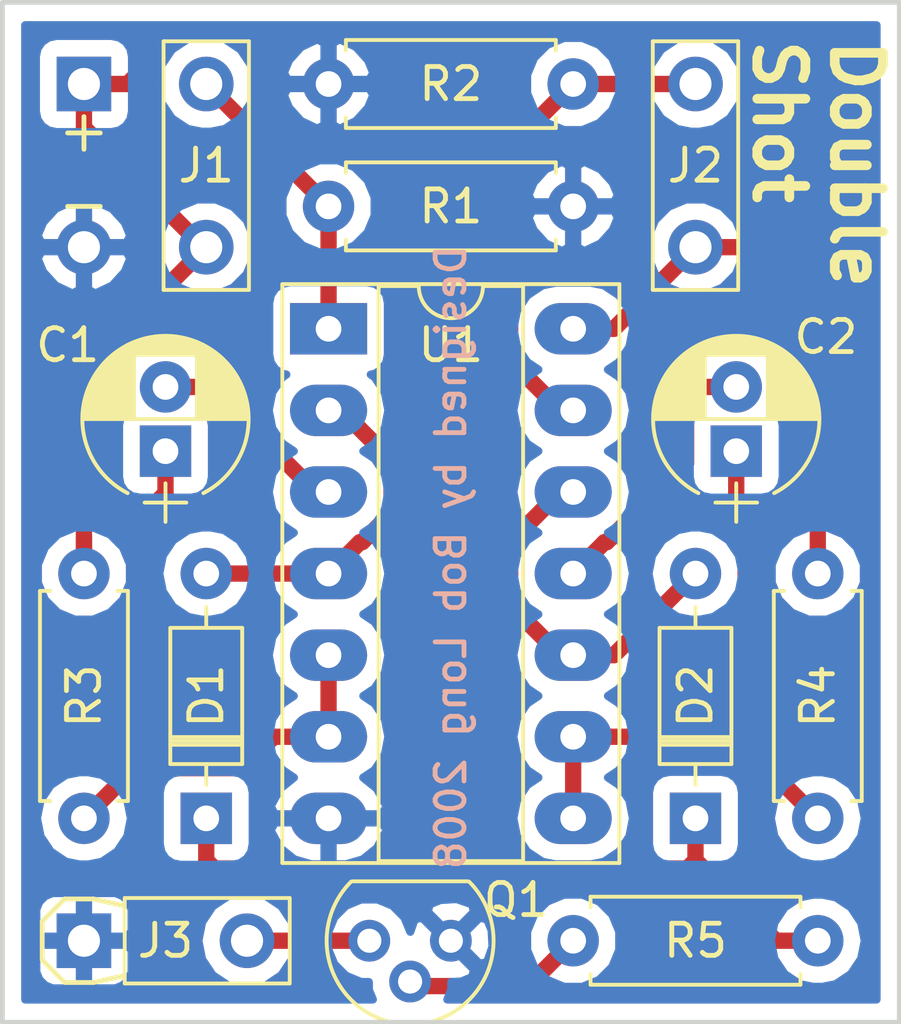
<source format=kicad_pcb>
(kicad_pcb (version 20171130) (host pcbnew "(5.0.1)-rc2")

  (general
    (thickness 1.6)
    (drawings 6)
    (tracks 75)
    (zones 0)
    (modules 15)
    (nets 14)
  )

  (page A4)
  (layers
    (0 F.Cu signal hide)
    (31 B.Cu signal hide)
    (32 B.Adhes user hide)
    (33 F.Adhes user hide)
    (34 B.Paste user hide)
    (35 F.Paste user hide)
    (36 B.SilkS user)
    (37 F.SilkS user)
    (38 B.Mask user hide)
    (39 F.Mask user)
    (40 Dwgs.User user hide)
    (41 Cmts.User user hide)
    (42 Eco1.User user hide)
    (43 Eco2.User user hide)
    (44 Edge.Cuts user)
    (45 Margin user hide)
    (46 B.CrtYd user hide)
    (47 F.CrtYd user hide)
    (48 B.Fab user hide)
    (49 F.Fab user hide)
  )

  (setup
    (last_trace_width 0.508)
    (trace_clearance 0.508)
    (zone_clearance 0.508)
    (zone_45_only no)
    (trace_min 0.254)
    (segment_width 0.2)
    (edge_width 0.15)
    (via_size 0.8)
    (via_drill 0.4)
    (via_min_size 0.4)
    (via_min_drill 0.3)
    (uvia_size 0.3)
    (uvia_drill 0.1)
    (uvias_allowed no)
    (uvia_min_size 0.2)
    (uvia_min_drill 0.1)
    (pcb_text_width 0.3)
    (pcb_text_size 1.5 1.5)
    (mod_edge_width 0.15)
    (mod_text_size 1 1)
    (mod_text_width 0.15)
    (pad_size 1.7 1.7)
    (pad_drill 1)
    (pad_to_mask_clearance 0.051)
    (solder_mask_min_width 0.25)
    (aux_axis_origin 0 0)
    (visible_elements 7FFFFF7F)
    (pcbplotparams
      (layerselection 0x010fc_ffffffff)
      (usegerberextensions false)
      (usegerberattributes false)
      (usegerberadvancedattributes false)
      (creategerberjobfile false)
      (excludeedgelayer true)
      (linewidth 0.100000)
      (plotframeref false)
      (viasonmask false)
      (mode 1)
      (useauxorigin false)
      (hpglpennumber 1)
      (hpglpenspeed 20)
      (hpglpendiameter 15.000000)
      (psnegative false)
      (psa4output false)
      (plotreference true)
      (plotvalue true)
      (plotinvisibletext false)
      (padsonsilk false)
      (subtractmaskfromsilk false)
      (outputformat 1)
      (mirror false)
      (drillshape 1)
      (scaleselection 1)
      (outputdirectory ""))
  )

  (net 0 "")
  (net 1 "Net-(C1-Pad1)")
  (net 2 "Net-(C1-Pad2)")
  (net 3 "Net-(C2-Pad2)")
  (net 4 "Net-(C2-Pad1)")
  (net 5 "Net-(D1-Pad1)")
  (net 6 "Net-(D1-Pad2)")
  (net 7 "Net-(D2-Pad2)")
  (net 8 GND)
  (net 9 +3V3)
  (net 10 "Net-(Q1-Pad2)")
  (net 11 "Net-(J3-PadS)")
  (net 12 "Net-(J1-PadS)")
  (net 13 "Net-(J2-PadS)")

  (net_class Default "This is the default net class."
    (clearance 0.508)
    (trace_width 0.508)
    (via_dia 0.8)
    (via_drill 0.4)
    (uvia_dia 0.3)
    (uvia_drill 0.1)
    (add_net +3V3)
    (add_net GND)
    (add_net "Net-(C1-Pad1)")
    (add_net "Net-(C1-Pad2)")
    (add_net "Net-(C2-Pad1)")
    (add_net "Net-(C2-Pad2)")
    (add_net "Net-(D1-Pad1)")
    (add_net "Net-(D1-Pad2)")
    (add_net "Net-(D2-Pad2)")
    (add_net "Net-(J1-PadS)")
    (add_net "Net-(J2-PadS)")
    (add_net "Net-(J3-PadS)")
    (add_net "Net-(Q1-Pad2)")
  )

  (module Connector_PinHeader_2.54mm:PinHeader_1x03_P2.54mm_Vertical (layer F.Cu) (tedit 5C530831) (tstamp 5C5ACEDD)
    (at 142.24 54.61 90)
    (descr "Through hole straight pin header, 1x03, 2.54mm pitch, single row")
    (tags "Through hole pin header THT 1x03 2.54mm single row")
    (path /5C5165F8)
    (fp_text reference J3 (at 0 2.54) (layer F.SilkS)
      (effects (font (size 1 1) (thickness 0.15)))
    )
    (fp_text value AudioJack2_Ground (at 0 7.41 90) (layer F.Fab) hide
      (effects (font (size 1 1) (thickness 0.15)))
    )
    (fp_line (start -1.3 -0.6) (end -1.3 0.3) (layer F.SilkS) (width 0.15))
    (fp_line (start -0.6 -1.3) (end -1.3 -0.6) (layer F.SilkS) (width 0.15))
    (fp_line (start 0 -1.3) (end -0.6 -1.3) (layer F.SilkS) (width 0.15))
    (fp_line (start -0.635 -1.27) (end 1.27 -1.27) (layer F.Fab) (width 0.1))
    (fp_line (start 1.27 -1.27) (end 1.27 6.35) (layer F.Fab) (width 0.1))
    (fp_line (start 1.27 6.35) (end -1.27 6.35) (layer F.Fab) (width 0.1))
    (fp_line (start -1.27 6.35) (end -1.27 -0.635) (layer F.Fab) (width 0.1))
    (fp_line (start -1.27 -0.635) (end -0.635 -1.27) (layer F.Fab) (width 0.1))
    (fp_line (start -1.33 6.41) (end 1.33 6.41) (layer F.SilkS) (width 0.12))
    (fp_line (start -1.33 1.27) (end -1.33 6.41) (layer F.SilkS) (width 0.12))
    (fp_line (start 1.33 1.27) (end 1.33 6.41) (layer F.SilkS) (width 0.12))
    (fp_line (start -1.33 1.27) (end 1.33 1.27) (layer F.SilkS) (width 0.12))
    (fp_line (start -1.8 -1.8) (end -1.8 6.85) (layer F.CrtYd) (width 0.05))
    (fp_line (start -1.8 6.85) (end 1.8 6.85) (layer F.CrtYd) (width 0.05))
    (fp_line (start 1.8 6.85) (end 1.8 -1.8) (layer F.CrtYd) (width 0.05))
    (fp_line (start 1.8 -1.8) (end -1.8 -1.8) (layer F.CrtYd) (width 0.05))
    (fp_text user %R (at 0 2.54 -180) (layer F.Fab)
      (effects (font (size 1 1) (thickness 0.15)))
    )
    (fp_line (start 0 -1.3) (end 0.6 -1.3) (layer F.SilkS) (width 0.15))
    (fp_line (start 0.6 -1.3) (end 1.3 -0.6) (layer F.SilkS) (width 0.15))
    (fp_line (start 1.3 -0.6) (end 1.3 0.3) (layer F.SilkS) (width 0.15))
    (fp_line (start 1.3 0.3) (end 1.1 1.2) (layer F.SilkS) (width 0.15))
    (fp_line (start -1.3 0.3) (end -1.1 1.2) (layer F.SilkS) (width 0.15))
    (pad T thru_hole rect (at 0 0 90) (size 1.7 1.7) (drill 1) (layers *.Cu *.Mask)
      (net 8 GND))
    (pad S thru_hole oval (at 0 5.08 90) (size 1.7 1.7) (drill 1) (layers *.Cu *.Mask)
      (net 11 "Net-(J3-PadS)"))
    (model ${KISYS3DMOD}/Connector_PinHeader_2.54mm.3dshapes/PinHeader_1x03_P2.54mm_Vertical.wrl
      (at (xyz 0 0 0))
      (scale (xyz 1 1 1))
      (rotate (xyz 0 0 0))
    )
  )

  (module Connector_PinHeader_2.54mm:PinHeader_1x03_P2.54mm_Vertical (layer F.Cu) (tedit 5C5305B6) (tstamp 5C5B07FB)
    (at 161.29 33.02 180)
    (descr "Through hole straight pin header, 1x03, 2.54mm pitch, single row")
    (tags "Through hole pin header THT 1x03 2.54mm single row")
    (path /5C506578)
    (fp_text reference J2 (at 0 2.54 180) (layer F.SilkS)
      (effects (font (size 1 1) (thickness 0.15)))
    )
    (fp_text value AudioJack2_Ground (at 0 7.41 180) (layer F.Fab) hide
      (effects (font (size 1 1) (thickness 0.15)))
    )
    (fp_line (start -0.635 -1.27) (end 1.27 -1.27) (layer F.Fab) (width 0.1))
    (fp_line (start 1.27 -1.27) (end 1.27 6.35) (layer F.Fab) (width 0.1))
    (fp_line (start 1.27 6.35) (end -1.27 6.35) (layer F.Fab) (width 0.1))
    (fp_line (start -1.27 6.35) (end -1.27 -0.635) (layer F.Fab) (width 0.1))
    (fp_line (start -1.27 -0.635) (end -0.635 -1.27) (layer F.Fab) (width 0.1))
    (fp_line (start -1.33 6.41) (end 1.33 6.41) (layer F.SilkS) (width 0.12))
    (fp_line (start -1.33 -1.33) (end -1.33 6.41) (layer F.SilkS) (width 0.12))
    (fp_line (start 1.33 -1.33) (end 1.33 6.41) (layer F.SilkS) (width 0.12))
    (fp_line (start -1.33 -1.33) (end 1.33 -1.33) (layer F.SilkS) (width 0.12))
    (fp_line (start -1.8 -1.8) (end -1.8 6.85) (layer F.CrtYd) (width 0.05))
    (fp_line (start -1.8 6.85) (end 1.8 6.85) (layer F.CrtYd) (width 0.05))
    (fp_line (start 1.8 6.85) (end 1.8 -1.8) (layer F.CrtYd) (width 0.05))
    (fp_line (start 1.8 -1.8) (end -1.8 -1.8) (layer F.CrtYd) (width 0.05))
    (fp_text user %R (at 0 2.54 270) (layer F.Fab)
      (effects (font (size 1 1) (thickness 0.15)))
    )
    (pad T thru_hole circle (at 0 0 180) (size 1.7 1.7) (drill 1) (layers *.Cu *.Mask)
      (net 9 +3V3))
    (pad S thru_hole oval (at 0 5.08 180) (size 1.7 1.7) (drill 1) (layers *.Cu *.Mask)
      (net 13 "Net-(J2-PadS)"))
    (model ${KISYS3DMOD}/Connector_PinHeader_2.54mm.3dshapes/PinHeader_1x03_P2.54mm_Vertical.wrl
      (at (xyz 0 0 0))
      (scale (xyz 1 1 1))
      (rotate (xyz 0 0 0))
    )
  )

  (module Connector_PinHeader_2.54mm:PinHeader_1x03_P2.54mm_Vertical (layer F.Cu) (tedit 5C53056A) (tstamp 5C5B06F6)
    (at 146.05 33.02 180)
    (descr "Through hole straight pin header, 1x03, 2.54mm pitch, single row")
    (tags "Through hole pin header THT 1x03 2.54mm single row")
    (path /5C50653E)
    (fp_text reference J1 (at 0 2.54 180) (layer F.SilkS)
      (effects (font (size 1 1) (thickness 0.15)))
    )
    (fp_text value AudioJack2_Ground (at 0 7.41 180) (layer F.Fab) hide
      (effects (font (size 1 1) (thickness 0.15)))
    )
    (fp_text user %R (at 0 2.54 270) (layer F.Fab)
      (effects (font (size 1 1) (thickness 0.15)))
    )
    (fp_line (start 1.8 -1.8) (end -1.8 -1.8) (layer F.CrtYd) (width 0.05))
    (fp_line (start 1.8 6.85) (end 1.8 -1.8) (layer F.CrtYd) (width 0.05))
    (fp_line (start -1.8 6.85) (end 1.8 6.85) (layer F.CrtYd) (width 0.05))
    (fp_line (start -1.8 -1.8) (end -1.8 6.85) (layer F.CrtYd) (width 0.05))
    (fp_line (start -1.33 -1.33) (end 1.33 -1.33) (layer F.SilkS) (width 0.12))
    (fp_line (start 1.33 -1.33) (end 1.33 6.41) (layer F.SilkS) (width 0.12))
    (fp_line (start -1.33 -1.33) (end -1.33 6.41) (layer F.SilkS) (width 0.12))
    (fp_line (start -1.33 6.41) (end 1.33 6.41) (layer F.SilkS) (width 0.12))
    (fp_line (start -1.27 -0.635) (end -0.635 -1.27) (layer F.Fab) (width 0.1))
    (fp_line (start -1.27 6.35) (end -1.27 -0.635) (layer F.Fab) (width 0.1))
    (fp_line (start 1.27 6.35) (end -1.27 6.35) (layer F.Fab) (width 0.1))
    (fp_line (start 1.27 -1.27) (end 1.27 6.35) (layer F.Fab) (width 0.1))
    (fp_line (start -0.635 -1.27) (end 1.27 -1.27) (layer F.Fab) (width 0.1))
    (pad S thru_hole oval (at 0 5.08 180) (size 1.7 1.7) (drill 1) (layers *.Cu *.Mask)
      (net 12 "Net-(J1-PadS)"))
    (pad T thru_hole circle (at 0 0 180) (size 1.7 1.7) (drill 1) (layers *.Cu *.Mask)
      (net 9 +3V3))
    (model ${KISYS3DMOD}/Connector_PinHeader_2.54mm.3dshapes/PinHeader_1x03_P2.54mm_Vertical.wrl
      (at (xyz 0 0 0))
      (scale (xyz 1 1 1))
      (rotate (xyz 0 0 0))
    )
  )

  (module Connector_PinHeader_2.54mm:PinHeader_1x03_P2.54mm_Vertical (layer F.Cu) (tedit 5C530546) (tstamp 5C5AD1E8)
    (at 142.24 27.94)
    (descr "Through hole straight pin header, 1x03, 2.54mm pitch, single row")
    (tags "Through hole pin header THT 1x03 2.54mm single row")
    (path /5C4F5526)
    (fp_text reference J4 (at 0 -2.33) (layer F.SilkS) hide
      (effects (font (size 1 1) (thickness 0.15)))
    )
    (fp_text value Conn_01x02 (at 0 7.41) (layer F.Fab)
      (effects (font (size 1 1) (thickness 0.15)))
    )
    (fp_text user %R (at 0 2.54 270) (layer F.Fab)
      (effects (font (size 1 1) (thickness 0.15)))
    )
    (fp_line (start 1.8 -1.8) (end -1.8 -1.8) (layer F.CrtYd) (width 0.05))
    (fp_line (start 1.8 6.85) (end 1.8 -1.8) (layer F.CrtYd) (width 0.05))
    (fp_line (start -1.8 6.85) (end 1.8 6.85) (layer F.CrtYd) (width 0.05))
    (fp_line (start -1.8 -1.8) (end -1.8 6.85) (layer F.CrtYd) (width 0.05))
    (fp_line (start -1.27 -0.635) (end -0.635 -1.27) (layer F.Fab) (width 0.1))
    (fp_line (start -1.27 6.35) (end -1.27 -0.635) (layer F.Fab) (width 0.1))
    (fp_line (start 1.27 6.35) (end -1.27 6.35) (layer F.Fab) (width 0.1))
    (fp_line (start 1.27 -1.27) (end 1.27 6.35) (layer F.Fab) (width 0.1))
    (fp_line (start -0.635 -1.27) (end 1.27 -1.27) (layer F.Fab) (width 0.1))
    (fp_line (start 0 1.016) (end 0 2.032) (layer F.SilkS) (width 0.15))
    (fp_line (start -0.508 1.524) (end 0.508 1.524) (layer F.SilkS) (width 0.15))
    (fp_line (start -0.508 3.81) (end 0.508 3.81) (layer F.SilkS) (width 0.15))
    (pad 1 thru_hole oval (at 0 5.08) (size 1.7 1.7) (drill 1) (layers *.Cu *.Mask)
      (net 8 GND))
    (pad 2 thru_hole rect (at 0 0) (size 1.7 1.7) (drill 1) (layers *.Cu *.Mask)
      (net 9 +3V3))
    (model ${KISYS3DMOD}/Connector_PinHeader_2.54mm.3dshapes/PinHeader_1x03_P2.54mm_Vertical.wrl
      (at (xyz 0 0 0))
      (scale (xyz 1 1 1))
      (rotate (xyz 0 0 0))
    )
  )

  (module Diode_THT:D_DO-35_SOD27_P7.62mm_Horizontal (layer F.Cu) (tedit 5C5309ED) (tstamp 5C5AE471)
    (at 146.05 50.8 90)
    (descr "D, DO-35_SOD27 series, Axial, Horizontal, pin pitch=7.62mm, , length*diameter=4*2mm^2, , http://www.diodes.com/_files/packages/DO-35.pdf")
    (tags "D DO-35_SOD27 series Axial Horizontal pin pitch 7.62mm  length 4mm diameter 2mm")
    (path /5C51218D)
    (fp_text reference D1 (at 3.81 0 90) (layer F.SilkS)
      (effects (font (size 1 1) (thickness 0.15)))
    )
    (fp_text value 1N4148 (at 3.81 2.12 90) (layer F.Fab)
      (effects (font (size 1 1) (thickness 0.15)))
    )
    (fp_line (start 1.81 -1) (end 1.81 1) (layer F.Fab) (width 0.1))
    (fp_line (start 1.81 1) (end 5.81 1) (layer F.Fab) (width 0.1))
    (fp_line (start 5.81 1) (end 5.81 -1) (layer F.Fab) (width 0.1))
    (fp_line (start 5.81 -1) (end 1.81 -1) (layer F.Fab) (width 0.1))
    (fp_line (start 0 0) (end 1.81 0) (layer F.Fab) (width 0.1))
    (fp_line (start 7.62 0) (end 5.81 0) (layer F.Fab) (width 0.1))
    (fp_line (start 2.41 -1) (end 2.41 1) (layer F.Fab) (width 0.1))
    (fp_line (start 2.51 -1) (end 2.51 1) (layer F.Fab) (width 0.1))
    (fp_line (start 2.31 -1) (end 2.31 1) (layer F.Fab) (width 0.1))
    (fp_line (start 1.69 -1.12) (end 1.69 1.12) (layer F.SilkS) (width 0.12))
    (fp_line (start 1.69 1.12) (end 5.93 1.12) (layer F.SilkS) (width 0.12))
    (fp_line (start 5.93 1.12) (end 5.93 -1.12) (layer F.SilkS) (width 0.12))
    (fp_line (start 5.93 -1.12) (end 1.69 -1.12) (layer F.SilkS) (width 0.12))
    (fp_line (start 1.04 0) (end 1.69 0) (layer F.SilkS) (width 0.12))
    (fp_line (start 6.58 0) (end 5.93 0) (layer F.SilkS) (width 0.12))
    (fp_line (start 2.41 -1.12) (end 2.41 1.12) (layer F.SilkS) (width 0.12))
    (fp_line (start 2.53 -1.12) (end 2.53 1.12) (layer F.SilkS) (width 0.12))
    (fp_line (start 2.29 -1.12) (end 2.29 1.12) (layer F.SilkS) (width 0.12))
    (fp_line (start -1.05 -1.4) (end -1.05 1.4) (layer F.CrtYd) (width 0.05))
    (fp_line (start -1.05 1.4) (end 8.7 1.4) (layer F.CrtYd) (width 0.05))
    (fp_line (start 8.7 1.4) (end 8.7 -1.4) (layer F.CrtYd) (width 0.05))
    (fp_line (start 8.7 -1.4) (end -1.05 -1.4) (layer F.CrtYd) (width 0.05))
    (fp_text user %R (at 4.11 0 90) (layer F.Fab)
      (effects (font (size 0.8 0.8) (thickness 0.12)))
    )
    (fp_text user K (at 0 -1.8 90) (layer F.Fab)
      (effects (font (size 1 1) (thickness 0.15)))
    )
    (fp_text user K (at 0 -1.8 90) (layer F.SilkS) hide
      (effects (font (size 1 1) (thickness 0.15)))
    )
    (pad 1 thru_hole rect (at 0 0 90) (size 1.6 1.6) (drill 0.8) (layers *.Cu *.Mask)
      (net 5 "Net-(D1-Pad1)"))
    (pad 2 thru_hole oval (at 7.62 0 90) (size 1.6 1.6) (drill 0.8) (layers *.Cu *.Mask)
      (net 6 "Net-(D1-Pad2)"))
    (model ${KISYS3DMOD}/Diode_THT.3dshapes/D_DO-35_SOD27_P7.62mm_Horizontal.wrl
      (at (xyz 0 0 0))
      (scale (xyz 1 1 1))
      (rotate (xyz 0 0 0))
    )
  )

  (module Diode_THT:D_DO-35_SOD27_P7.62mm_Horizontal (layer F.Cu) (tedit 5C5309F1) (tstamp 5C5ACF25)
    (at 161.29 50.8 90)
    (descr "D, DO-35_SOD27 series, Axial, Horizontal, pin pitch=7.62mm, , length*diameter=4*2mm^2, , http://www.diodes.com/_files/packages/DO-35.pdf")
    (tags "D DO-35_SOD27 series Axial Horizontal pin pitch 7.62mm  length 4mm diameter 2mm")
    (path /5C512F26)
    (fp_text reference D2 (at 3.81 0 90) (layer F.SilkS)
      (effects (font (size 1 1) (thickness 0.15)))
    )
    (fp_text value 1N4148 (at 3.81 2.12 90) (layer F.Fab)
      (effects (font (size 1 1) (thickness 0.15)))
    )
    (fp_text user K (at 0 -1.8 90) (layer F.SilkS) hide
      (effects (font (size 1 1) (thickness 0.15)))
    )
    (fp_text user K (at 0 -1.8 90) (layer F.Fab)
      (effects (font (size 1 1) (thickness 0.15)))
    )
    (fp_text user %R (at 4.11 0 90) (layer F.Fab)
      (effects (font (size 0.8 0.8) (thickness 0.12)))
    )
    (fp_line (start 8.7 -1.4) (end -1.05 -1.4) (layer F.CrtYd) (width 0.05))
    (fp_line (start 8.7 1.4) (end 8.7 -1.4) (layer F.CrtYd) (width 0.05))
    (fp_line (start -1.05 1.4) (end 8.7 1.4) (layer F.CrtYd) (width 0.05))
    (fp_line (start -1.05 -1.4) (end -1.05 1.4) (layer F.CrtYd) (width 0.05))
    (fp_line (start 2.29 -1.12) (end 2.29 1.12) (layer F.SilkS) (width 0.12))
    (fp_line (start 2.53 -1.12) (end 2.53 1.12) (layer F.SilkS) (width 0.12))
    (fp_line (start 2.41 -1.12) (end 2.41 1.12) (layer F.SilkS) (width 0.12))
    (fp_line (start 6.58 0) (end 5.93 0) (layer F.SilkS) (width 0.12))
    (fp_line (start 1.04 0) (end 1.69 0) (layer F.SilkS) (width 0.12))
    (fp_line (start 5.93 -1.12) (end 1.69 -1.12) (layer F.SilkS) (width 0.12))
    (fp_line (start 5.93 1.12) (end 5.93 -1.12) (layer F.SilkS) (width 0.12))
    (fp_line (start 1.69 1.12) (end 5.93 1.12) (layer F.SilkS) (width 0.12))
    (fp_line (start 1.69 -1.12) (end 1.69 1.12) (layer F.SilkS) (width 0.12))
    (fp_line (start 2.31 -1) (end 2.31 1) (layer F.Fab) (width 0.1))
    (fp_line (start 2.51 -1) (end 2.51 1) (layer F.Fab) (width 0.1))
    (fp_line (start 2.41 -1) (end 2.41 1) (layer F.Fab) (width 0.1))
    (fp_line (start 7.62 0) (end 5.81 0) (layer F.Fab) (width 0.1))
    (fp_line (start 0 0) (end 1.81 0) (layer F.Fab) (width 0.1))
    (fp_line (start 5.81 -1) (end 1.81 -1) (layer F.Fab) (width 0.1))
    (fp_line (start 5.81 1) (end 5.81 -1) (layer F.Fab) (width 0.1))
    (fp_line (start 1.81 1) (end 5.81 1) (layer F.Fab) (width 0.1))
    (fp_line (start 1.81 -1) (end 1.81 1) (layer F.Fab) (width 0.1))
    (pad 2 thru_hole oval (at 7.62 0 90) (size 1.6 1.6) (drill 0.8) (layers *.Cu *.Mask)
      (net 7 "Net-(D2-Pad2)"))
    (pad 1 thru_hole rect (at 0 0 90) (size 1.6 1.6) (drill 0.8) (layers *.Cu *.Mask)
      (net 5 "Net-(D1-Pad1)"))
    (model ${KISYS3DMOD}/Diode_THT.3dshapes/D_DO-35_SOD27_P7.62mm_Horizontal.wrl
      (at (xyz 0 0 0))
      (scale (xyz 1 1 1))
      (rotate (xyz 0 0 0))
    )
  )

  (module Package_TO_SOT_THT:TO-92 (layer F.Cu) (tedit 5C50A3EC) (tstamp 5C5ACFD7)
    (at 153.67 54.61 180)
    (descr "TO-92 leads molded, narrow, drill 0.75mm (see NXP sot054_po.pdf)")
    (tags "to-92 sc-43 sc-43a sot54 PA33 transistor")
    (path /5C514D46)
    (fp_text reference Q1 (at -2.032 1.27 180) (layer F.SilkS)
      (effects (font (size 1 1) (thickness 0.15)))
    )
    (fp_text value 2N2219 (at 1.27 2.79 180) (layer F.Fab)
      (effects (font (size 1 1) (thickness 0.15)))
    )
    (fp_text user %R (at 1.27 -3.56 180) (layer F.Fab)
      (effects (font (size 1 1) (thickness 0.15)))
    )
    (fp_line (start -0.53 1.85) (end 3.07 1.85) (layer F.SilkS) (width 0.12))
    (fp_line (start -0.5 1.75) (end 3 1.75) (layer F.Fab) (width 0.1))
    (fp_line (start -1.46 -2.73) (end 4 -2.73) (layer F.CrtYd) (width 0.05))
    (fp_line (start -1.46 -2.73) (end -1.46 2.01) (layer F.CrtYd) (width 0.05))
    (fp_line (start 4 2.01) (end 4 -2.73) (layer F.CrtYd) (width 0.05))
    (fp_line (start 4 2.01) (end -1.46 2.01) (layer F.CrtYd) (width 0.05))
    (fp_arc (start 1.27 0) (end 1.27 -2.48) (angle 135) (layer F.Fab) (width 0.1))
    (fp_arc (start 1.27 0) (end 1.27 -2.6) (angle -135) (layer F.SilkS) (width 0.12))
    (fp_arc (start 1.27 0) (end 1.27 -2.48) (angle -135) (layer F.Fab) (width 0.1))
    (fp_arc (start 1.27 0) (end 1.27 -2.6) (angle 135) (layer F.SilkS) (width 0.12))
    (pad 2 thru_hole circle (at 1.27 -1.27 270) (size 1.3 1.3) (drill 0.75) (layers *.Cu *.Mask)
      (net 10 "Net-(Q1-Pad2)"))
    (pad 3 thru_hole circle (at 2.54 0 270) (size 1.3 1.3) (drill 0.75) (layers *.Cu *.Mask)
      (net 11 "Net-(J3-PadS)"))
    (pad 1 thru_hole circle (at 0 0 270) (size 1.3 1.3) (drill 0.75) (layers *.Cu *.Mask)
      (net 8 GND))
    (model ${KISYS3DMOD}/Package_TO_SOT_THT.3dshapes/TO-92.wrl
      (at (xyz 0 0 0))
      (scale (xyz 1 1 1))
      (rotate (xyz 0 0 0))
    )
  )

  (module Resistor_THT:R_Axial_DIN0207_L6.3mm_D2.5mm_P7.62mm_Horizontal (layer F.Cu) (tedit 5A24F4B6) (tstamp 5C5AE635)
    (at 149.86 31.75)
    (descr "Resistor, Axial_DIN0207 series, Axial, Horizontal, pin pitch=7.62mm, 0.25W = 1/4W, length*diameter=6.3*2.5mm^2, http://cdn-reichelt.de/documents/datenblatt/B400/1_4W%23YAG.pdf")
    (tags "Resistor Axial_DIN0207 series Axial Horizontal pin pitch 7.62mm 0.25W = 1/4W length 6.3mm diameter 2.5mm")
    (path /5C506650)
    (fp_text reference R1 (at 3.81 0) (layer F.SilkS)
      (effects (font (size 1 1) (thickness 0.15)))
    )
    (fp_text value 1M (at 3.81 2.37) (layer F.Fab)
      (effects (font (size 1 1) (thickness 0.15)))
    )
    (fp_text user %R (at 3.81 0) (layer F.Fab)
      (effects (font (size 1 1) (thickness 0.15)))
    )
    (fp_line (start 8.7 -1.65) (end -1.05 -1.65) (layer F.CrtYd) (width 0.05))
    (fp_line (start 8.7 1.65) (end 8.7 -1.65) (layer F.CrtYd) (width 0.05))
    (fp_line (start -1.05 1.65) (end 8.7 1.65) (layer F.CrtYd) (width 0.05))
    (fp_line (start -1.05 -1.65) (end -1.05 1.65) (layer F.CrtYd) (width 0.05))
    (fp_line (start 7.08 1.37) (end 7.08 1.04) (layer F.SilkS) (width 0.12))
    (fp_line (start 0.54 1.37) (end 7.08 1.37) (layer F.SilkS) (width 0.12))
    (fp_line (start 0.54 1.04) (end 0.54 1.37) (layer F.SilkS) (width 0.12))
    (fp_line (start 7.08 -1.37) (end 7.08 -1.04) (layer F.SilkS) (width 0.12))
    (fp_line (start 0.54 -1.37) (end 7.08 -1.37) (layer F.SilkS) (width 0.12))
    (fp_line (start 0.54 -1.04) (end 0.54 -1.37) (layer F.SilkS) (width 0.12))
    (fp_line (start 7.62 0) (end 6.96 0) (layer F.Fab) (width 0.1))
    (fp_line (start 0 0) (end 0.66 0) (layer F.Fab) (width 0.1))
    (fp_line (start 6.96 -1.25) (end 0.66 -1.25) (layer F.Fab) (width 0.1))
    (fp_line (start 6.96 1.25) (end 6.96 -1.25) (layer F.Fab) (width 0.1))
    (fp_line (start 0.66 1.25) (end 6.96 1.25) (layer F.Fab) (width 0.1))
    (fp_line (start 0.66 -1.25) (end 0.66 1.25) (layer F.Fab) (width 0.1))
    (pad 2 thru_hole oval (at 7.62 0) (size 1.6 1.6) (drill 0.8) (layers *.Cu *.Mask)
      (net 8 GND))
    (pad 1 thru_hole circle (at 0 0) (size 1.6 1.6) (drill 0.8) (layers *.Cu *.Mask)
      (net 12 "Net-(J1-PadS)"))
    (model ${KISYS3DMOD}/Resistor_THT.3dshapes/R_Axial_DIN0207_L6.3mm_D2.5mm_P7.62mm_Horizontal.wrl
      (at (xyz 0 0 0))
      (scale (xyz 1 1 1))
      (rotate (xyz 0 0 0))
    )
  )

  (module Resistor_THT:R_Axial_DIN0207_L6.3mm_D2.5mm_P7.62mm_Horizontal (layer F.Cu) (tedit 5A24F4B6) (tstamp 5C5AD7B9)
    (at 157.48 27.94 180)
    (descr "Resistor, Axial_DIN0207 series, Axial, Horizontal, pin pitch=7.62mm, 0.25W = 1/4W, length*diameter=6.3*2.5mm^2, http://cdn-reichelt.de/documents/datenblatt/B400/1_4W%23YAG.pdf")
    (tags "Resistor Axial_DIN0207 series Axial Horizontal pin pitch 7.62mm 0.25W = 1/4W length 6.3mm diameter 2.5mm")
    (path /5C506602)
    (fp_text reference R2 (at 3.81 0 180) (layer F.SilkS)
      (effects (font (size 1 1) (thickness 0.15)))
    )
    (fp_text value 1M (at 3.81 2.37 180) (layer F.Fab)
      (effects (font (size 1 1) (thickness 0.15)))
    )
    (fp_line (start 0.66 -1.25) (end 0.66 1.25) (layer F.Fab) (width 0.1))
    (fp_line (start 0.66 1.25) (end 6.96 1.25) (layer F.Fab) (width 0.1))
    (fp_line (start 6.96 1.25) (end 6.96 -1.25) (layer F.Fab) (width 0.1))
    (fp_line (start 6.96 -1.25) (end 0.66 -1.25) (layer F.Fab) (width 0.1))
    (fp_line (start 0 0) (end 0.66 0) (layer F.Fab) (width 0.1))
    (fp_line (start 7.62 0) (end 6.96 0) (layer F.Fab) (width 0.1))
    (fp_line (start 0.54 -1.04) (end 0.54 -1.37) (layer F.SilkS) (width 0.12))
    (fp_line (start 0.54 -1.37) (end 7.08 -1.37) (layer F.SilkS) (width 0.12))
    (fp_line (start 7.08 -1.37) (end 7.08 -1.04) (layer F.SilkS) (width 0.12))
    (fp_line (start 0.54 1.04) (end 0.54 1.37) (layer F.SilkS) (width 0.12))
    (fp_line (start 0.54 1.37) (end 7.08 1.37) (layer F.SilkS) (width 0.12))
    (fp_line (start 7.08 1.37) (end 7.08 1.04) (layer F.SilkS) (width 0.12))
    (fp_line (start -1.05 -1.65) (end -1.05 1.65) (layer F.CrtYd) (width 0.05))
    (fp_line (start -1.05 1.65) (end 8.7 1.65) (layer F.CrtYd) (width 0.05))
    (fp_line (start 8.7 1.65) (end 8.7 -1.65) (layer F.CrtYd) (width 0.05))
    (fp_line (start 8.7 -1.65) (end -1.05 -1.65) (layer F.CrtYd) (width 0.05))
    (fp_text user %R (at 3.81 0 180) (layer F.Fab)
      (effects (font (size 1 1) (thickness 0.15)))
    )
    (pad 1 thru_hole circle (at 0 0 180) (size 1.6 1.6) (drill 0.8) (layers *.Cu *.Mask)
      (net 13 "Net-(J2-PadS)"))
    (pad 2 thru_hole oval (at 7.62 0 180) (size 1.6 1.6) (drill 0.8) (layers *.Cu *.Mask)
      (net 8 GND))
    (model ${KISYS3DMOD}/Resistor_THT.3dshapes/R_Axial_DIN0207_L6.3mm_D2.5mm_P7.62mm_Horizontal.wrl
      (at (xyz 0 0 0))
      (scale (xyz 1 1 1))
      (rotate (xyz 0 0 0))
    )
  )

  (module Resistor_THT:R_Axial_DIN0207_L6.3mm_D2.5mm_P7.62mm_Horizontal (layer F.Cu) (tedit 5A24F4B6) (tstamp 5C5ADE1A)
    (at 142.24 43.18 270)
    (descr "Resistor, Axial_DIN0207 series, Axial, Horizontal, pin pitch=7.62mm, 0.25W = 1/4W, length*diameter=6.3*2.5mm^2, http://cdn-reichelt.de/documents/datenblatt/B400/1_4W%23YAG.pdf")
    (tags "Resistor Axial_DIN0207 series Axial Horizontal pin pitch 7.62mm 0.25W = 1/4W length 6.3mm diameter 2.5mm")
    (path /5C50900D)
    (fp_text reference R3 (at 3.81 0 270) (layer F.SilkS)
      (effects (font (size 1 1) (thickness 0.15)))
    )
    (fp_text value 47K (at 3.81 2.37 270) (layer F.Fab)
      (effects (font (size 1 1) (thickness 0.15)))
    )
    (fp_text user %R (at 3.81 0 270) (layer F.Fab)
      (effects (font (size 1 1) (thickness 0.15)))
    )
    (fp_line (start 8.7 -1.65) (end -1.05 -1.65) (layer F.CrtYd) (width 0.05))
    (fp_line (start 8.7 1.65) (end 8.7 -1.65) (layer F.CrtYd) (width 0.05))
    (fp_line (start -1.05 1.65) (end 8.7 1.65) (layer F.CrtYd) (width 0.05))
    (fp_line (start -1.05 -1.65) (end -1.05 1.65) (layer F.CrtYd) (width 0.05))
    (fp_line (start 7.08 1.37) (end 7.08 1.04) (layer F.SilkS) (width 0.12))
    (fp_line (start 0.54 1.37) (end 7.08 1.37) (layer F.SilkS) (width 0.12))
    (fp_line (start 0.54 1.04) (end 0.54 1.37) (layer F.SilkS) (width 0.12))
    (fp_line (start 7.08 -1.37) (end 7.08 -1.04) (layer F.SilkS) (width 0.12))
    (fp_line (start 0.54 -1.37) (end 7.08 -1.37) (layer F.SilkS) (width 0.12))
    (fp_line (start 0.54 -1.04) (end 0.54 -1.37) (layer F.SilkS) (width 0.12))
    (fp_line (start 7.62 0) (end 6.96 0) (layer F.Fab) (width 0.1))
    (fp_line (start 0 0) (end 0.66 0) (layer F.Fab) (width 0.1))
    (fp_line (start 6.96 -1.25) (end 0.66 -1.25) (layer F.Fab) (width 0.1))
    (fp_line (start 6.96 1.25) (end 6.96 -1.25) (layer F.Fab) (width 0.1))
    (fp_line (start 0.66 1.25) (end 6.96 1.25) (layer F.Fab) (width 0.1))
    (fp_line (start 0.66 -1.25) (end 0.66 1.25) (layer F.Fab) (width 0.1))
    (pad 2 thru_hole oval (at 7.62 0 270) (size 1.6 1.6) (drill 0.8) (layers *.Cu *.Mask)
      (net 1 "Net-(C1-Pad1)"))
    (pad 1 thru_hole circle (at 0 0 270) (size 1.6 1.6) (drill 0.8) (layers *.Cu *.Mask)
      (net 9 +3V3))
    (model ${KISYS3DMOD}/Resistor_THT.3dshapes/R_Axial_DIN0207_L6.3mm_D2.5mm_P7.62mm_Horizontal.wrl
      (at (xyz 0 0 0))
      (scale (xyz 1 1 1))
      (rotate (xyz 0 0 0))
    )
  )

  (module Resistor_THT:R_Axial_DIN0207_L6.3mm_D2.5mm_P7.62mm_Horizontal (layer F.Cu) (tedit 5A24F4B6) (tstamp 5C5AFA06)
    (at 165.1 43.18 270)
    (descr "Resistor, Axial_DIN0207 series, Axial, Horizontal, pin pitch=7.62mm, 0.25W = 1/4W, length*diameter=6.3*2.5mm^2, http://cdn-reichelt.de/documents/datenblatt/B400/1_4W%23YAG.pdf")
    (tags "Resistor Axial_DIN0207 series Axial Horizontal pin pitch 7.62mm 0.25W = 1/4W length 6.3mm diameter 2.5mm")
    (path /5C509367)
    (fp_text reference R4 (at 3.81 0 270) (layer F.SilkS)
      (effects (font (size 1 1) (thickness 0.15)))
    )
    (fp_text value 47K (at 3.81 2.37 270) (layer F.Fab)
      (effects (font (size 1 1) (thickness 0.15)))
    )
    (fp_line (start 0.66 -1.25) (end 0.66 1.25) (layer F.Fab) (width 0.1))
    (fp_line (start 0.66 1.25) (end 6.96 1.25) (layer F.Fab) (width 0.1))
    (fp_line (start 6.96 1.25) (end 6.96 -1.25) (layer F.Fab) (width 0.1))
    (fp_line (start 6.96 -1.25) (end 0.66 -1.25) (layer F.Fab) (width 0.1))
    (fp_line (start 0 0) (end 0.66 0) (layer F.Fab) (width 0.1))
    (fp_line (start 7.62 0) (end 6.96 0) (layer F.Fab) (width 0.1))
    (fp_line (start 0.54 -1.04) (end 0.54 -1.37) (layer F.SilkS) (width 0.12))
    (fp_line (start 0.54 -1.37) (end 7.08 -1.37) (layer F.SilkS) (width 0.12))
    (fp_line (start 7.08 -1.37) (end 7.08 -1.04) (layer F.SilkS) (width 0.12))
    (fp_line (start 0.54 1.04) (end 0.54 1.37) (layer F.SilkS) (width 0.12))
    (fp_line (start 0.54 1.37) (end 7.08 1.37) (layer F.SilkS) (width 0.12))
    (fp_line (start 7.08 1.37) (end 7.08 1.04) (layer F.SilkS) (width 0.12))
    (fp_line (start -1.05 -1.65) (end -1.05 1.65) (layer F.CrtYd) (width 0.05))
    (fp_line (start -1.05 1.65) (end 8.7 1.65) (layer F.CrtYd) (width 0.05))
    (fp_line (start 8.7 1.65) (end 8.7 -1.65) (layer F.CrtYd) (width 0.05))
    (fp_line (start 8.7 -1.65) (end -1.05 -1.65) (layer F.CrtYd) (width 0.05))
    (fp_text user %R (at 3.81 0 270) (layer F.Fab)
      (effects (font (size 1 1) (thickness 0.15)))
    )
    (pad 1 thru_hole circle (at 0 0 270) (size 1.6 1.6) (drill 0.8) (layers *.Cu *.Mask)
      (net 9 +3V3))
    (pad 2 thru_hole oval (at 7.62 0 270) (size 1.6 1.6) (drill 0.8) (layers *.Cu *.Mask)
      (net 4 "Net-(C2-Pad1)"))
    (model ${KISYS3DMOD}/Resistor_THT.3dshapes/R_Axial_DIN0207_L6.3mm_D2.5mm_P7.62mm_Horizontal.wrl
      (at (xyz 0 0 0))
      (scale (xyz 1 1 1))
      (rotate (xyz 0 0 0))
    )
  )

  (module Resistor_THT:R_Axial_DIN0207_L6.3mm_D2.5mm_P7.62mm_Horizontal (layer F.Cu) (tedit 5A24F4B6) (tstamp 5C5ACE9C)
    (at 157.48 54.61)
    (descr "Resistor, Axial_DIN0207 series, Axial, Horizontal, pin pitch=7.62mm, 0.25W = 1/4W, length*diameter=6.3*2.5mm^2, http://cdn-reichelt.de/documents/datenblatt/B400/1_4W%23YAG.pdf")
    (tags "Resistor Axial_DIN0207 series Axial Horizontal pin pitch 7.62mm 0.25W = 1/4W length 6.3mm diameter 2.5mm")
    (path /5C515537)
    (fp_text reference R5 (at 3.81 0) (layer F.SilkS)
      (effects (font (size 1 1) (thickness 0.15)))
    )
    (fp_text value 33K (at 3.81 2.37) (layer F.Fab)
      (effects (font (size 1 1) (thickness 0.15)))
    )
    (fp_line (start 0.66 -1.25) (end 0.66 1.25) (layer F.Fab) (width 0.1))
    (fp_line (start 0.66 1.25) (end 6.96 1.25) (layer F.Fab) (width 0.1))
    (fp_line (start 6.96 1.25) (end 6.96 -1.25) (layer F.Fab) (width 0.1))
    (fp_line (start 6.96 -1.25) (end 0.66 -1.25) (layer F.Fab) (width 0.1))
    (fp_line (start 0 0) (end 0.66 0) (layer F.Fab) (width 0.1))
    (fp_line (start 7.62 0) (end 6.96 0) (layer F.Fab) (width 0.1))
    (fp_line (start 0.54 -1.04) (end 0.54 -1.37) (layer F.SilkS) (width 0.12))
    (fp_line (start 0.54 -1.37) (end 7.08 -1.37) (layer F.SilkS) (width 0.12))
    (fp_line (start 7.08 -1.37) (end 7.08 -1.04) (layer F.SilkS) (width 0.12))
    (fp_line (start 0.54 1.04) (end 0.54 1.37) (layer F.SilkS) (width 0.12))
    (fp_line (start 0.54 1.37) (end 7.08 1.37) (layer F.SilkS) (width 0.12))
    (fp_line (start 7.08 1.37) (end 7.08 1.04) (layer F.SilkS) (width 0.12))
    (fp_line (start -1.05 -1.65) (end -1.05 1.65) (layer F.CrtYd) (width 0.05))
    (fp_line (start -1.05 1.65) (end 8.7 1.65) (layer F.CrtYd) (width 0.05))
    (fp_line (start 8.7 1.65) (end 8.7 -1.65) (layer F.CrtYd) (width 0.05))
    (fp_line (start 8.7 -1.65) (end -1.05 -1.65) (layer F.CrtYd) (width 0.05))
    (fp_text user %R (at 3.81 0) (layer F.Fab)
      (effects (font (size 1 1) (thickness 0.15)))
    )
    (pad 1 thru_hole circle (at 0 0) (size 1.6 1.6) (drill 0.8) (layers *.Cu *.Mask)
      (net 10 "Net-(Q1-Pad2)"))
    (pad 2 thru_hole oval (at 7.62 0) (size 1.6 1.6) (drill 0.8) (layers *.Cu *.Mask)
      (net 5 "Net-(D1-Pad1)"))
    (model ${KISYS3DMOD}/Resistor_THT.3dshapes/R_Axial_DIN0207_L6.3mm_D2.5mm_P7.62mm_Horizontal.wrl
      (at (xyz 0 0 0))
      (scale (xyz 1 1 1))
      (rotate (xyz 0 0 0))
    )
  )

  (module Package_DIP:DIP-14_W7.62mm_Socket_LongPads (layer F.Cu) (tedit 5A02E8C5) (tstamp 5C5ACBA3)
    (at 149.86 35.56)
    (descr "14-lead though-hole mounted DIP package, row spacing 7.62 mm (300 mils), Socket, LongPads")
    (tags "THT DIP DIL PDIP 2.54mm 7.62mm 300mil Socket LongPads")
    (path /5C5070AA)
    (fp_text reference U1 (at 3.81 0.508) (layer F.SilkS)
      (effects (font (size 1 1) (thickness 0.15)))
    )
    (fp_text value 4001 (at 3.81 17.57) (layer F.Fab)
      (effects (font (size 1 1) (thickness 0.15)))
    )
    (fp_arc (start 3.81 -1.33) (end 2.81 -1.33) (angle -180) (layer F.SilkS) (width 0.12))
    (fp_line (start 1.635 -1.27) (end 6.985 -1.27) (layer F.Fab) (width 0.1))
    (fp_line (start 6.985 -1.27) (end 6.985 16.51) (layer F.Fab) (width 0.1))
    (fp_line (start 6.985 16.51) (end 0.635 16.51) (layer F.Fab) (width 0.1))
    (fp_line (start 0.635 16.51) (end 0.635 -0.27) (layer F.Fab) (width 0.1))
    (fp_line (start 0.635 -0.27) (end 1.635 -1.27) (layer F.Fab) (width 0.1))
    (fp_line (start -1.27 -1.33) (end -1.27 16.57) (layer F.Fab) (width 0.1))
    (fp_line (start -1.27 16.57) (end 8.89 16.57) (layer F.Fab) (width 0.1))
    (fp_line (start 8.89 16.57) (end 8.89 -1.33) (layer F.Fab) (width 0.1))
    (fp_line (start 8.89 -1.33) (end -1.27 -1.33) (layer F.Fab) (width 0.1))
    (fp_line (start 2.81 -1.33) (end 1.56 -1.33) (layer F.SilkS) (width 0.12))
    (fp_line (start 1.56 -1.33) (end 1.56 16.57) (layer F.SilkS) (width 0.12))
    (fp_line (start 1.56 16.57) (end 6.06 16.57) (layer F.SilkS) (width 0.12))
    (fp_line (start 6.06 16.57) (end 6.06 -1.33) (layer F.SilkS) (width 0.12))
    (fp_line (start 6.06 -1.33) (end 4.81 -1.33) (layer F.SilkS) (width 0.12))
    (fp_line (start -1.44 -1.39) (end -1.44 16.63) (layer F.SilkS) (width 0.12))
    (fp_line (start -1.44 16.63) (end 9.06 16.63) (layer F.SilkS) (width 0.12))
    (fp_line (start 9.06 16.63) (end 9.06 -1.39) (layer F.SilkS) (width 0.12))
    (fp_line (start 9.06 -1.39) (end -1.44 -1.39) (layer F.SilkS) (width 0.12))
    (fp_line (start -1.55 -1.6) (end -1.55 16.85) (layer F.CrtYd) (width 0.05))
    (fp_line (start -1.55 16.85) (end 9.15 16.85) (layer F.CrtYd) (width 0.05))
    (fp_line (start 9.15 16.85) (end 9.15 -1.6) (layer F.CrtYd) (width 0.05))
    (fp_line (start 9.15 -1.6) (end -1.55 -1.6) (layer F.CrtYd) (width 0.05))
    (fp_text user %R (at 3.81 7.62) (layer F.Fab)
      (effects (font (size 1 1) (thickness 0.15)))
    )
    (pad 1 thru_hole rect (at 0 0) (size 2.4 1.6) (drill 0.8) (layers *.Cu *.Mask)
      (net 12 "Net-(J1-PadS)"))
    (pad 8 thru_hole oval (at 7.62 15.24) (size 2.4 1.6) (drill 0.8) (layers *.Cu *.Mask)
      (net 4 "Net-(C2-Pad1)"))
    (pad 2 thru_hole oval (at 0 2.54) (size 2.4 1.6) (drill 0.8) (layers *.Cu *.Mask)
      (net 6 "Net-(D1-Pad2)"))
    (pad 9 thru_hole oval (at 7.62 12.7) (size 2.4 1.6) (drill 0.8) (layers *.Cu *.Mask)
      (net 4 "Net-(C2-Pad1)"))
    (pad 3 thru_hole oval (at 0 5.08) (size 2.4 1.6) (drill 0.8) (layers *.Cu *.Mask)
      (net 2 "Net-(C1-Pad2)"))
    (pad 10 thru_hole oval (at 7.62 10.16) (size 2.4 1.6) (drill 0.8) (layers *.Cu *.Mask)
      (net 7 "Net-(D2-Pad2)"))
    (pad 4 thru_hole oval (at 0 7.62) (size 2.4 1.6) (drill 0.8) (layers *.Cu *.Mask)
      (net 6 "Net-(D1-Pad2)"))
    (pad 11 thru_hole oval (at 7.62 7.62) (size 2.4 1.6) (drill 0.8) (layers *.Cu *.Mask)
      (net 3 "Net-(C2-Pad2)"))
    (pad 5 thru_hole oval (at 0 10.16) (size 2.4 1.6) (drill 0.8) (layers *.Cu *.Mask)
      (net 1 "Net-(C1-Pad1)"))
    (pad 12 thru_hole oval (at 7.62 5.08) (size 2.4 1.6) (drill 0.8) (layers *.Cu *.Mask)
      (net 7 "Net-(D2-Pad2)"))
    (pad 6 thru_hole oval (at 0 12.7) (size 2.4 1.6) (drill 0.8) (layers *.Cu *.Mask)
      (net 1 "Net-(C1-Pad1)"))
    (pad 13 thru_hole oval (at 7.62 2.54) (size 2.4 1.6) (drill 0.8) (layers *.Cu *.Mask)
      (net 13 "Net-(J2-PadS)"))
    (pad 7 thru_hole oval (at 0 15.24) (size 2.4 1.6) (drill 0.8) (layers *.Cu *.Mask)
      (net 8 GND))
    (pad 14 thru_hole oval (at 7.62 0) (size 2.4 1.6) (drill 0.8) (layers *.Cu *.Mask)
      (net 9 +3V3))
    (model ${KISYS3DMOD}/Package_DIP.3dshapes/DIP-14_W7.62mm_Socket.wrl
      (at (xyz 0 0 0))
      (scale (xyz 1 1 1))
      (rotate (xyz 0 0 0))
    )
  )

  (module Capacitor_THT:CP_Radial_D5.0mm_P2.00mm (layer F.Cu) (tedit 5A142A3B) (tstamp 5C5ACCBB)
    (at 144.78 39.37 90)
    (descr "CP, Radial series, Radial, pin pitch=2.00mm, diameter=5mm, Electrolytic Capacitor")
    (tags "CP Radial series Radial pin pitch 2.00mm  diameter 5mm Electrolytic Capacitor")
    (path /5C508294)
    (fp_text reference C1 (at 3.302 -3.048 180) (layer F.SilkS)
      (effects (font (size 1 1) (thickness 0.15)))
    )
    (fp_text value 1uF (at 1 3.81 90) (layer F.Fab)
      (effects (font (size 1 1) (thickness 0.15)))
    )
    (fp_arc (start 1 0) (end -1.30558 -1.18) (angle 125.8) (layer F.SilkS) (width 0.12))
    (fp_arc (start 1 0) (end -1.30558 1.18) (angle -125.8) (layer F.SilkS) (width 0.12))
    (fp_arc (start 1 0) (end 3.30558 -1.18) (angle 54.2) (layer F.SilkS) (width 0.12))
    (fp_circle (center 1 0) (end 3.5 0) (layer F.Fab) (width 0.1))
    (fp_line (start -2.2 0) (end -1 0) (layer F.Fab) (width 0.1))
    (fp_line (start -1.6 -0.65) (end -1.6 0.65) (layer F.Fab) (width 0.1))
    (fp_line (start 1 -2.55) (end 1 2.55) (layer F.SilkS) (width 0.12))
    (fp_line (start 1.04 -2.55) (end 1.04 -0.98) (layer F.SilkS) (width 0.12))
    (fp_line (start 1.04 0.98) (end 1.04 2.55) (layer F.SilkS) (width 0.12))
    (fp_line (start 1.08 -2.549) (end 1.08 -0.98) (layer F.SilkS) (width 0.12))
    (fp_line (start 1.08 0.98) (end 1.08 2.549) (layer F.SilkS) (width 0.12))
    (fp_line (start 1.12 -2.548) (end 1.12 -0.98) (layer F.SilkS) (width 0.12))
    (fp_line (start 1.12 0.98) (end 1.12 2.548) (layer F.SilkS) (width 0.12))
    (fp_line (start 1.16 -2.546) (end 1.16 -0.98) (layer F.SilkS) (width 0.12))
    (fp_line (start 1.16 0.98) (end 1.16 2.546) (layer F.SilkS) (width 0.12))
    (fp_line (start 1.2 -2.543) (end 1.2 -0.98) (layer F.SilkS) (width 0.12))
    (fp_line (start 1.2 0.98) (end 1.2 2.543) (layer F.SilkS) (width 0.12))
    (fp_line (start 1.24 -2.539) (end 1.24 -0.98) (layer F.SilkS) (width 0.12))
    (fp_line (start 1.24 0.98) (end 1.24 2.539) (layer F.SilkS) (width 0.12))
    (fp_line (start 1.28 -2.535) (end 1.28 -0.98) (layer F.SilkS) (width 0.12))
    (fp_line (start 1.28 0.98) (end 1.28 2.535) (layer F.SilkS) (width 0.12))
    (fp_line (start 1.32 -2.531) (end 1.32 -0.98) (layer F.SilkS) (width 0.12))
    (fp_line (start 1.32 0.98) (end 1.32 2.531) (layer F.SilkS) (width 0.12))
    (fp_line (start 1.36 -2.525) (end 1.36 -0.98) (layer F.SilkS) (width 0.12))
    (fp_line (start 1.36 0.98) (end 1.36 2.525) (layer F.SilkS) (width 0.12))
    (fp_line (start 1.4 -2.519) (end 1.4 -0.98) (layer F.SilkS) (width 0.12))
    (fp_line (start 1.4 0.98) (end 1.4 2.519) (layer F.SilkS) (width 0.12))
    (fp_line (start 1.44 -2.513) (end 1.44 -0.98) (layer F.SilkS) (width 0.12))
    (fp_line (start 1.44 0.98) (end 1.44 2.513) (layer F.SilkS) (width 0.12))
    (fp_line (start 1.48 -2.506) (end 1.48 -0.98) (layer F.SilkS) (width 0.12))
    (fp_line (start 1.48 0.98) (end 1.48 2.506) (layer F.SilkS) (width 0.12))
    (fp_line (start 1.52 -2.498) (end 1.52 -0.98) (layer F.SilkS) (width 0.12))
    (fp_line (start 1.52 0.98) (end 1.52 2.498) (layer F.SilkS) (width 0.12))
    (fp_line (start 1.56 -2.489) (end 1.56 -0.98) (layer F.SilkS) (width 0.12))
    (fp_line (start 1.56 0.98) (end 1.56 2.489) (layer F.SilkS) (width 0.12))
    (fp_line (start 1.6 -2.48) (end 1.6 -0.98) (layer F.SilkS) (width 0.12))
    (fp_line (start 1.6 0.98) (end 1.6 2.48) (layer F.SilkS) (width 0.12))
    (fp_line (start 1.64 -2.47) (end 1.64 -0.98) (layer F.SilkS) (width 0.12))
    (fp_line (start 1.64 0.98) (end 1.64 2.47) (layer F.SilkS) (width 0.12))
    (fp_line (start 1.68 -2.46) (end 1.68 -0.98) (layer F.SilkS) (width 0.12))
    (fp_line (start 1.68 0.98) (end 1.68 2.46) (layer F.SilkS) (width 0.12))
    (fp_line (start 1.721 -2.448) (end 1.721 -0.98) (layer F.SilkS) (width 0.12))
    (fp_line (start 1.721 0.98) (end 1.721 2.448) (layer F.SilkS) (width 0.12))
    (fp_line (start 1.761 -2.436) (end 1.761 -0.98) (layer F.SilkS) (width 0.12))
    (fp_line (start 1.761 0.98) (end 1.761 2.436) (layer F.SilkS) (width 0.12))
    (fp_line (start 1.801 -2.424) (end 1.801 -0.98) (layer F.SilkS) (width 0.12))
    (fp_line (start 1.801 0.98) (end 1.801 2.424) (layer F.SilkS) (width 0.12))
    (fp_line (start 1.841 -2.41) (end 1.841 -0.98) (layer F.SilkS) (width 0.12))
    (fp_line (start 1.841 0.98) (end 1.841 2.41) (layer F.SilkS) (width 0.12))
    (fp_line (start 1.881 -2.396) (end 1.881 -0.98) (layer F.SilkS) (width 0.12))
    (fp_line (start 1.881 0.98) (end 1.881 2.396) (layer F.SilkS) (width 0.12))
    (fp_line (start 1.921 -2.382) (end 1.921 -0.98) (layer F.SilkS) (width 0.12))
    (fp_line (start 1.921 0.98) (end 1.921 2.382) (layer F.SilkS) (width 0.12))
    (fp_line (start 1.961 -2.366) (end 1.961 -0.98) (layer F.SilkS) (width 0.12))
    (fp_line (start 1.961 0.98) (end 1.961 2.366) (layer F.SilkS) (width 0.12))
    (fp_line (start 2.001 -2.35) (end 2.001 -0.98) (layer F.SilkS) (width 0.12))
    (fp_line (start 2.001 0.98) (end 2.001 2.35) (layer F.SilkS) (width 0.12))
    (fp_line (start 2.041 -2.333) (end 2.041 -0.98) (layer F.SilkS) (width 0.12))
    (fp_line (start 2.041 0.98) (end 2.041 2.333) (layer F.SilkS) (width 0.12))
    (fp_line (start 2.081 -2.315) (end 2.081 -0.98) (layer F.SilkS) (width 0.12))
    (fp_line (start 2.081 0.98) (end 2.081 2.315) (layer F.SilkS) (width 0.12))
    (fp_line (start 2.121 -2.296) (end 2.121 -0.98) (layer F.SilkS) (width 0.12))
    (fp_line (start 2.121 0.98) (end 2.121 2.296) (layer F.SilkS) (width 0.12))
    (fp_line (start 2.161 -2.276) (end 2.161 -0.98) (layer F.SilkS) (width 0.12))
    (fp_line (start 2.161 0.98) (end 2.161 2.276) (layer F.SilkS) (width 0.12))
    (fp_line (start 2.201 -2.256) (end 2.201 -0.98) (layer F.SilkS) (width 0.12))
    (fp_line (start 2.201 0.98) (end 2.201 2.256) (layer F.SilkS) (width 0.12))
    (fp_line (start 2.241 -2.234) (end 2.241 -0.98) (layer F.SilkS) (width 0.12))
    (fp_line (start 2.241 0.98) (end 2.241 2.234) (layer F.SilkS) (width 0.12))
    (fp_line (start 2.281 -2.212) (end 2.281 -0.98) (layer F.SilkS) (width 0.12))
    (fp_line (start 2.281 0.98) (end 2.281 2.212) (layer F.SilkS) (width 0.12))
    (fp_line (start 2.321 -2.189) (end 2.321 -0.98) (layer F.SilkS) (width 0.12))
    (fp_line (start 2.321 0.98) (end 2.321 2.189) (layer F.SilkS) (width 0.12))
    (fp_line (start 2.361 -2.165) (end 2.361 -0.98) (layer F.SilkS) (width 0.12))
    (fp_line (start 2.361 0.98) (end 2.361 2.165) (layer F.SilkS) (width 0.12))
    (fp_line (start 2.401 -2.14) (end 2.401 -0.98) (layer F.SilkS) (width 0.12))
    (fp_line (start 2.401 0.98) (end 2.401 2.14) (layer F.SilkS) (width 0.12))
    (fp_line (start 2.441 -2.113) (end 2.441 -0.98) (layer F.SilkS) (width 0.12))
    (fp_line (start 2.441 0.98) (end 2.441 2.113) (layer F.SilkS) (width 0.12))
    (fp_line (start 2.481 -2.086) (end 2.481 -0.98) (layer F.SilkS) (width 0.12))
    (fp_line (start 2.481 0.98) (end 2.481 2.086) (layer F.SilkS) (width 0.12))
    (fp_line (start 2.521 -2.058) (end 2.521 -0.98) (layer F.SilkS) (width 0.12))
    (fp_line (start 2.521 0.98) (end 2.521 2.058) (layer F.SilkS) (width 0.12))
    (fp_line (start 2.561 -2.028) (end 2.561 -0.98) (layer F.SilkS) (width 0.12))
    (fp_line (start 2.561 0.98) (end 2.561 2.028) (layer F.SilkS) (width 0.12))
    (fp_line (start 2.601 -1.997) (end 2.601 -0.98) (layer F.SilkS) (width 0.12))
    (fp_line (start 2.601 0.98) (end 2.601 1.997) (layer F.SilkS) (width 0.12))
    (fp_line (start 2.641 -1.965) (end 2.641 -0.98) (layer F.SilkS) (width 0.12))
    (fp_line (start 2.641 0.98) (end 2.641 1.965) (layer F.SilkS) (width 0.12))
    (fp_line (start 2.681 -1.932) (end 2.681 -0.98) (layer F.SilkS) (width 0.12))
    (fp_line (start 2.681 0.98) (end 2.681 1.932) (layer F.SilkS) (width 0.12))
    (fp_line (start 2.721 -1.897) (end 2.721 -0.98) (layer F.SilkS) (width 0.12))
    (fp_line (start 2.721 0.98) (end 2.721 1.897) (layer F.SilkS) (width 0.12))
    (fp_line (start 2.761 -1.861) (end 2.761 -0.98) (layer F.SilkS) (width 0.12))
    (fp_line (start 2.761 0.98) (end 2.761 1.861) (layer F.SilkS) (width 0.12))
    (fp_line (start 2.801 -1.823) (end 2.801 -0.98) (layer F.SilkS) (width 0.12))
    (fp_line (start 2.801 0.98) (end 2.801 1.823) (layer F.SilkS) (width 0.12))
    (fp_line (start 2.841 -1.783) (end 2.841 -0.98) (layer F.SilkS) (width 0.12))
    (fp_line (start 2.841 0.98) (end 2.841 1.783) (layer F.SilkS) (width 0.12))
    (fp_line (start 2.881 -1.742) (end 2.881 -0.98) (layer F.SilkS) (width 0.12))
    (fp_line (start 2.881 0.98) (end 2.881 1.742) (layer F.SilkS) (width 0.12))
    (fp_line (start 2.921 -1.699) (end 2.921 -0.98) (layer F.SilkS) (width 0.12))
    (fp_line (start 2.921 0.98) (end 2.921 1.699) (layer F.SilkS) (width 0.12))
    (fp_line (start 2.961 -1.654) (end 2.961 -0.98) (layer F.SilkS) (width 0.12))
    (fp_line (start 2.961 0.98) (end 2.961 1.654) (layer F.SilkS) (width 0.12))
    (fp_line (start 3.001 -1.606) (end 3.001 1.606) (layer F.SilkS) (width 0.12))
    (fp_line (start 3.041 -1.556) (end 3.041 1.556) (layer F.SilkS) (width 0.12))
    (fp_line (start 3.081 -1.504) (end 3.081 1.504) (layer F.SilkS) (width 0.12))
    (fp_line (start 3.121 -1.448) (end 3.121 1.448) (layer F.SilkS) (width 0.12))
    (fp_line (start 3.161 -1.39) (end 3.161 1.39) (layer F.SilkS) (width 0.12))
    (fp_line (start 3.201 -1.327) (end 3.201 1.327) (layer F.SilkS) (width 0.12))
    (fp_line (start 3.241 -1.261) (end 3.241 1.261) (layer F.SilkS) (width 0.12))
    (fp_line (start 3.281 -1.189) (end 3.281 1.189) (layer F.SilkS) (width 0.12))
    (fp_line (start 3.321 -1.112) (end 3.321 1.112) (layer F.SilkS) (width 0.12))
    (fp_line (start 3.361 -1.028) (end 3.361 1.028) (layer F.SilkS) (width 0.12))
    (fp_line (start 3.401 -0.934) (end 3.401 0.934) (layer F.SilkS) (width 0.12))
    (fp_line (start 3.441 -0.829) (end 3.441 0.829) (layer F.SilkS) (width 0.12))
    (fp_line (start 3.481 -0.707) (end 3.481 0.707) (layer F.SilkS) (width 0.12))
    (fp_line (start 3.521 -0.559) (end 3.521 0.559) (layer F.SilkS) (width 0.12))
    (fp_line (start 3.561 -0.354) (end 3.561 0.354) (layer F.SilkS) (width 0.12))
    (fp_line (start -2.2 0) (end -1 0) (layer F.SilkS) (width 0.12))
    (fp_line (start -1.6 -0.65) (end -1.6 0.65) (layer F.SilkS) (width 0.12))
    (fp_line (start -1.85 -2.85) (end -1.85 2.85) (layer F.CrtYd) (width 0.05))
    (fp_line (start -1.85 2.85) (end 3.85 2.85) (layer F.CrtYd) (width 0.05))
    (fp_line (start 3.85 2.85) (end 3.85 -2.85) (layer F.CrtYd) (width 0.05))
    (fp_line (start 3.85 -2.85) (end -1.85 -2.85) (layer F.CrtYd) (width 0.05))
    (fp_text user %R (at 1 0 90) (layer F.Fab)
      (effects (font (size 1 1) (thickness 0.15)))
    )
    (pad 1 thru_hole rect (at 0 0 90) (size 1.6 1.6) (drill 0.8) (layers *.Cu *.Mask)
      (net 1 "Net-(C1-Pad1)"))
    (pad 2 thru_hole circle (at 2 0 90) (size 1.6 1.6) (drill 0.8) (layers *.Cu *.Mask)
      (net 2 "Net-(C1-Pad2)"))
    (model ${KISYS3DMOD}/Capacitor_THT.3dshapes/CP_Radial_D5.0mm_P2.00mm.wrl
      (at (xyz 0 0 0))
      (scale (xyz 1 1 1))
      (rotate (xyz 0 0 0))
    )
  )

  (module Capacitor_THT:CP_Radial_D5.0mm_P2.00mm (layer F.Cu) (tedit 5A142A3B) (tstamp 5C5AD5BA)
    (at 162.56 39.37 90)
    (descr "CP, Radial series, Radial, pin pitch=2.00mm, diameter=5mm, Electrolytic Capacitor")
    (tags "CP Radial series Radial pin pitch 2.00mm  diameter 5mm Electrolytic Capacitor")
    (path /5C5088C9)
    (fp_text reference C2 (at 3.556 2.794 180) (layer F.SilkS)
      (effects (font (size 1 1) (thickness 0.15)))
    )
    (fp_text value 1uF (at 1 3.81 90) (layer F.Fab)
      (effects (font (size 1 1) (thickness 0.15)))
    )
    (fp_text user %R (at 1 0 90) (layer F.Fab)
      (effects (font (size 1 1) (thickness 0.15)))
    )
    (fp_line (start 3.85 -2.85) (end -1.85 -2.85) (layer F.CrtYd) (width 0.05))
    (fp_line (start 3.85 2.85) (end 3.85 -2.85) (layer F.CrtYd) (width 0.05))
    (fp_line (start -1.85 2.85) (end 3.85 2.85) (layer F.CrtYd) (width 0.05))
    (fp_line (start -1.85 -2.85) (end -1.85 2.85) (layer F.CrtYd) (width 0.05))
    (fp_line (start -1.6 -0.65) (end -1.6 0.65) (layer F.SilkS) (width 0.12))
    (fp_line (start -2.2 0) (end -1 0) (layer F.SilkS) (width 0.12))
    (fp_line (start 3.561 -0.354) (end 3.561 0.354) (layer F.SilkS) (width 0.12))
    (fp_line (start 3.521 -0.559) (end 3.521 0.559) (layer F.SilkS) (width 0.12))
    (fp_line (start 3.481 -0.707) (end 3.481 0.707) (layer F.SilkS) (width 0.12))
    (fp_line (start 3.441 -0.829) (end 3.441 0.829) (layer F.SilkS) (width 0.12))
    (fp_line (start 3.401 -0.934) (end 3.401 0.934) (layer F.SilkS) (width 0.12))
    (fp_line (start 3.361 -1.028) (end 3.361 1.028) (layer F.SilkS) (width 0.12))
    (fp_line (start 3.321 -1.112) (end 3.321 1.112) (layer F.SilkS) (width 0.12))
    (fp_line (start 3.281 -1.189) (end 3.281 1.189) (layer F.SilkS) (width 0.12))
    (fp_line (start 3.241 -1.261) (end 3.241 1.261) (layer F.SilkS) (width 0.12))
    (fp_line (start 3.201 -1.327) (end 3.201 1.327) (layer F.SilkS) (width 0.12))
    (fp_line (start 3.161 -1.39) (end 3.161 1.39) (layer F.SilkS) (width 0.12))
    (fp_line (start 3.121 -1.448) (end 3.121 1.448) (layer F.SilkS) (width 0.12))
    (fp_line (start 3.081 -1.504) (end 3.081 1.504) (layer F.SilkS) (width 0.12))
    (fp_line (start 3.041 -1.556) (end 3.041 1.556) (layer F.SilkS) (width 0.12))
    (fp_line (start 3.001 -1.606) (end 3.001 1.606) (layer F.SilkS) (width 0.12))
    (fp_line (start 2.961 0.98) (end 2.961 1.654) (layer F.SilkS) (width 0.12))
    (fp_line (start 2.961 -1.654) (end 2.961 -0.98) (layer F.SilkS) (width 0.12))
    (fp_line (start 2.921 0.98) (end 2.921 1.699) (layer F.SilkS) (width 0.12))
    (fp_line (start 2.921 -1.699) (end 2.921 -0.98) (layer F.SilkS) (width 0.12))
    (fp_line (start 2.881 0.98) (end 2.881 1.742) (layer F.SilkS) (width 0.12))
    (fp_line (start 2.881 -1.742) (end 2.881 -0.98) (layer F.SilkS) (width 0.12))
    (fp_line (start 2.841 0.98) (end 2.841 1.783) (layer F.SilkS) (width 0.12))
    (fp_line (start 2.841 -1.783) (end 2.841 -0.98) (layer F.SilkS) (width 0.12))
    (fp_line (start 2.801 0.98) (end 2.801 1.823) (layer F.SilkS) (width 0.12))
    (fp_line (start 2.801 -1.823) (end 2.801 -0.98) (layer F.SilkS) (width 0.12))
    (fp_line (start 2.761 0.98) (end 2.761 1.861) (layer F.SilkS) (width 0.12))
    (fp_line (start 2.761 -1.861) (end 2.761 -0.98) (layer F.SilkS) (width 0.12))
    (fp_line (start 2.721 0.98) (end 2.721 1.897) (layer F.SilkS) (width 0.12))
    (fp_line (start 2.721 -1.897) (end 2.721 -0.98) (layer F.SilkS) (width 0.12))
    (fp_line (start 2.681 0.98) (end 2.681 1.932) (layer F.SilkS) (width 0.12))
    (fp_line (start 2.681 -1.932) (end 2.681 -0.98) (layer F.SilkS) (width 0.12))
    (fp_line (start 2.641 0.98) (end 2.641 1.965) (layer F.SilkS) (width 0.12))
    (fp_line (start 2.641 -1.965) (end 2.641 -0.98) (layer F.SilkS) (width 0.12))
    (fp_line (start 2.601 0.98) (end 2.601 1.997) (layer F.SilkS) (width 0.12))
    (fp_line (start 2.601 -1.997) (end 2.601 -0.98) (layer F.SilkS) (width 0.12))
    (fp_line (start 2.561 0.98) (end 2.561 2.028) (layer F.SilkS) (width 0.12))
    (fp_line (start 2.561 -2.028) (end 2.561 -0.98) (layer F.SilkS) (width 0.12))
    (fp_line (start 2.521 0.98) (end 2.521 2.058) (layer F.SilkS) (width 0.12))
    (fp_line (start 2.521 -2.058) (end 2.521 -0.98) (layer F.SilkS) (width 0.12))
    (fp_line (start 2.481 0.98) (end 2.481 2.086) (layer F.SilkS) (width 0.12))
    (fp_line (start 2.481 -2.086) (end 2.481 -0.98) (layer F.SilkS) (width 0.12))
    (fp_line (start 2.441 0.98) (end 2.441 2.113) (layer F.SilkS) (width 0.12))
    (fp_line (start 2.441 -2.113) (end 2.441 -0.98) (layer F.SilkS) (width 0.12))
    (fp_line (start 2.401 0.98) (end 2.401 2.14) (layer F.SilkS) (width 0.12))
    (fp_line (start 2.401 -2.14) (end 2.401 -0.98) (layer F.SilkS) (width 0.12))
    (fp_line (start 2.361 0.98) (end 2.361 2.165) (layer F.SilkS) (width 0.12))
    (fp_line (start 2.361 -2.165) (end 2.361 -0.98) (layer F.SilkS) (width 0.12))
    (fp_line (start 2.321 0.98) (end 2.321 2.189) (layer F.SilkS) (width 0.12))
    (fp_line (start 2.321 -2.189) (end 2.321 -0.98) (layer F.SilkS) (width 0.12))
    (fp_line (start 2.281 0.98) (end 2.281 2.212) (layer F.SilkS) (width 0.12))
    (fp_line (start 2.281 -2.212) (end 2.281 -0.98) (layer F.SilkS) (width 0.12))
    (fp_line (start 2.241 0.98) (end 2.241 2.234) (layer F.SilkS) (width 0.12))
    (fp_line (start 2.241 -2.234) (end 2.241 -0.98) (layer F.SilkS) (width 0.12))
    (fp_line (start 2.201 0.98) (end 2.201 2.256) (layer F.SilkS) (width 0.12))
    (fp_line (start 2.201 -2.256) (end 2.201 -0.98) (layer F.SilkS) (width 0.12))
    (fp_line (start 2.161 0.98) (end 2.161 2.276) (layer F.SilkS) (width 0.12))
    (fp_line (start 2.161 -2.276) (end 2.161 -0.98) (layer F.SilkS) (width 0.12))
    (fp_line (start 2.121 0.98) (end 2.121 2.296) (layer F.SilkS) (width 0.12))
    (fp_line (start 2.121 -2.296) (end 2.121 -0.98) (layer F.SilkS) (width 0.12))
    (fp_line (start 2.081 0.98) (end 2.081 2.315) (layer F.SilkS) (width 0.12))
    (fp_line (start 2.081 -2.315) (end 2.081 -0.98) (layer F.SilkS) (width 0.12))
    (fp_line (start 2.041 0.98) (end 2.041 2.333) (layer F.SilkS) (width 0.12))
    (fp_line (start 2.041 -2.333) (end 2.041 -0.98) (layer F.SilkS) (width 0.12))
    (fp_line (start 2.001 0.98) (end 2.001 2.35) (layer F.SilkS) (width 0.12))
    (fp_line (start 2.001 -2.35) (end 2.001 -0.98) (layer F.SilkS) (width 0.12))
    (fp_line (start 1.961 0.98) (end 1.961 2.366) (layer F.SilkS) (width 0.12))
    (fp_line (start 1.961 -2.366) (end 1.961 -0.98) (layer F.SilkS) (width 0.12))
    (fp_line (start 1.921 0.98) (end 1.921 2.382) (layer F.SilkS) (width 0.12))
    (fp_line (start 1.921 -2.382) (end 1.921 -0.98) (layer F.SilkS) (width 0.12))
    (fp_line (start 1.881 0.98) (end 1.881 2.396) (layer F.SilkS) (width 0.12))
    (fp_line (start 1.881 -2.396) (end 1.881 -0.98) (layer F.SilkS) (width 0.12))
    (fp_line (start 1.841 0.98) (end 1.841 2.41) (layer F.SilkS) (width 0.12))
    (fp_line (start 1.841 -2.41) (end 1.841 -0.98) (layer F.SilkS) (width 0.12))
    (fp_line (start 1.801 0.98) (end 1.801 2.424) (layer F.SilkS) (width 0.12))
    (fp_line (start 1.801 -2.424) (end 1.801 -0.98) (layer F.SilkS) (width 0.12))
    (fp_line (start 1.761 0.98) (end 1.761 2.436) (layer F.SilkS) (width 0.12))
    (fp_line (start 1.761 -2.436) (end 1.761 -0.98) (layer F.SilkS) (width 0.12))
    (fp_line (start 1.721 0.98) (end 1.721 2.448) (layer F.SilkS) (width 0.12))
    (fp_line (start 1.721 -2.448) (end 1.721 -0.98) (layer F.SilkS) (width 0.12))
    (fp_line (start 1.68 0.98) (end 1.68 2.46) (layer F.SilkS) (width 0.12))
    (fp_line (start 1.68 -2.46) (end 1.68 -0.98) (layer F.SilkS) (width 0.12))
    (fp_line (start 1.64 0.98) (end 1.64 2.47) (layer F.SilkS) (width 0.12))
    (fp_line (start 1.64 -2.47) (end 1.64 -0.98) (layer F.SilkS) (width 0.12))
    (fp_line (start 1.6 0.98) (end 1.6 2.48) (layer F.SilkS) (width 0.12))
    (fp_line (start 1.6 -2.48) (end 1.6 -0.98) (layer F.SilkS) (width 0.12))
    (fp_line (start 1.56 0.98) (end 1.56 2.489) (layer F.SilkS) (width 0.12))
    (fp_line (start 1.56 -2.489) (end 1.56 -0.98) (layer F.SilkS) (width 0.12))
    (fp_line (start 1.52 0.98) (end 1.52 2.498) (layer F.SilkS) (width 0.12))
    (fp_line (start 1.52 -2.498) (end 1.52 -0.98) (layer F.SilkS) (width 0.12))
    (fp_line (start 1.48 0.98) (end 1.48 2.506) (layer F.SilkS) (width 0.12))
    (fp_line (start 1.48 -2.506) (end 1.48 -0.98) (layer F.SilkS) (width 0.12))
    (fp_line (start 1.44 0.98) (end 1.44 2.513) (layer F.SilkS) (width 0.12))
    (fp_line (start 1.44 -2.513) (end 1.44 -0.98) (layer F.SilkS) (width 0.12))
    (fp_line (start 1.4 0.98) (end 1.4 2.519) (layer F.SilkS) (width 0.12))
    (fp_line (start 1.4 -2.519) (end 1.4 -0.98) (layer F.SilkS) (width 0.12))
    (fp_line (start 1.36 0.98) (end 1.36 2.525) (layer F.SilkS) (width 0.12))
    (fp_line (start 1.36 -2.525) (end 1.36 -0.98) (layer F.SilkS) (width 0.12))
    (fp_line (start 1.32 0.98) (end 1.32 2.531) (layer F.SilkS) (width 0.12))
    (fp_line (start 1.32 -2.531) (end 1.32 -0.98) (layer F.SilkS) (width 0.12))
    (fp_line (start 1.28 0.98) (end 1.28 2.535) (layer F.SilkS) (width 0.12))
    (fp_line (start 1.28 -2.535) (end 1.28 -0.98) (layer F.SilkS) (width 0.12))
    (fp_line (start 1.24 0.98) (end 1.24 2.539) (layer F.SilkS) (width 0.12))
    (fp_line (start 1.24 -2.539) (end 1.24 -0.98) (layer F.SilkS) (width 0.12))
    (fp_line (start 1.2 0.98) (end 1.2 2.543) (layer F.SilkS) (width 0.12))
    (fp_line (start 1.2 -2.543) (end 1.2 -0.98) (layer F.SilkS) (width 0.12))
    (fp_line (start 1.16 0.98) (end 1.16 2.546) (layer F.SilkS) (width 0.12))
    (fp_line (start 1.16 -2.546) (end 1.16 -0.98) (layer F.SilkS) (width 0.12))
    (fp_line (start 1.12 0.98) (end 1.12 2.548) (layer F.SilkS) (width 0.12))
    (fp_line (start 1.12 -2.548) (end 1.12 -0.98) (layer F.SilkS) (width 0.12))
    (fp_line (start 1.08 0.98) (end 1.08 2.549) (layer F.SilkS) (width 0.12))
    (fp_line (start 1.08 -2.549) (end 1.08 -0.98) (layer F.SilkS) (width 0.12))
    (fp_line (start 1.04 0.98) (end 1.04 2.55) (layer F.SilkS) (width 0.12))
    (fp_line (start 1.04 -2.55) (end 1.04 -0.98) (layer F.SilkS) (width 0.12))
    (fp_line (start 1 -2.55) (end 1 2.55) (layer F.SilkS) (width 0.12))
    (fp_line (start -1.6 -0.65) (end -1.6 0.65) (layer F.Fab) (width 0.1))
    (fp_line (start -2.2 0) (end -1 0) (layer F.Fab) (width 0.1))
    (fp_circle (center 1 0) (end 3.5 0) (layer F.Fab) (width 0.1))
    (fp_arc (start 1 0) (end 3.30558 -1.18) (angle 54.2) (layer F.SilkS) (width 0.12))
    (fp_arc (start 1 0) (end -1.30558 1.18) (angle -125.8) (layer F.SilkS) (width 0.12))
    (fp_arc (start 1 0) (end -1.30558 -1.18) (angle 125.8) (layer F.SilkS) (width 0.12))
    (pad 2 thru_hole circle (at 2 0 90) (size 1.6 1.6) (drill 0.8) (layers *.Cu *.Mask)
      (net 3 "Net-(C2-Pad2)"))
    (pad 1 thru_hole rect (at 0 0 90) (size 1.6 1.6) (drill 0.8) (layers *.Cu *.Mask)
      (net 4 "Net-(C2-Pad1)"))
    (model ${KISYS3DMOD}/Capacitor_THT.3dshapes/CP_Radial_D5.0mm_P2.00mm.wrl
      (at (xyz 0 0 0))
      (scale (xyz 1 1 1))
      (rotate (xyz 0 0 0))
    )
  )

  (gr_text "Double\nShot" (at 165.1 26.416 270) (layer F.SilkS)
    (effects (font (size 1.5 1.5) (thickness 0.3)) (justify left))
  )
  (gr_text "Designed by Bob Long 2008" (at 153.67 42.672 90) (layer B.SilkS)
    (effects (font (size 0.9 0.9) (thickness 0.15)) (justify mirror))
  )
  (gr_line (start 139.7 25.4) (end 167.64 25.4) (layer Edge.Cuts) (width 0.15) (tstamp 5C5AF465))
  (gr_line (start 139.7 57.15) (end 139.7 25.4) (layer Edge.Cuts) (width 0.15))
  (gr_line (start 167.64 57.15) (end 139.7 57.15) (layer Edge.Cuts) (width 0.15))
  (gr_line (start 167.64 25.4) (end 167.64 57.15) (layer Edge.Cuts) (width 0.15) (tstamp 5C5ACFA1))

  (segment (start 143.039999 50.000001) (end 142.24 50.8) (width 0.508) (layer F.Cu) (net 1))
  (segment (start 143.802001 49.237999) (end 143.039999 50.000001) (width 0.508) (layer F.Cu) (net 1))
  (segment (start 143.802001 41.655999) (end 143.802001 49.237999) (width 0.508) (layer F.Cu) (net 1))
  (segment (start 144.78 40.678) (end 143.802001 41.655999) (width 0.508) (layer F.Cu) (net 1))
  (segment (start 144.78 39.37) (end 144.78 40.678) (width 0.508) (layer F.Cu) (net 1))
  (segment (start 149.86 48.26) (end 149.86 45.72) (width 0.508) (layer F.Cu) (net 1))
  (segment (start 147.174001 49.237999) (end 143.802001 49.237999) (width 0.508) (layer F.Cu) (net 1))
  (segment (start 148.152 48.26) (end 147.174001 49.237999) (width 0.508) (layer F.Cu) (net 1))
  (segment (start 149.86 48.26) (end 148.152 48.26) (width 0.508) (layer F.Cu) (net 1))
  (segment (start 145.91137 37.37) (end 144.78 37.37) (width 0.508) (layer F.Cu) (net 2))
  (segment (start 146.19 37.37) (end 145.91137 37.37) (width 0.508) (layer F.Cu) (net 2))
  (segment (start 149.46 40.64) (end 146.19 37.37) (width 0.508) (layer F.Cu) (net 2))
  (segment (start 149.86 40.64) (end 149.46 40.64) (width 0.508) (layer F.Cu) (net 2))
  (segment (start 161.42863 37.37) (end 162.56 37.37) (width 0.508) (layer F.Cu) (net 3))
  (segment (start 160.997999 37.800631) (end 161.42863 37.37) (width 0.508) (layer F.Cu) (net 3))
  (segment (start 160.997999 39.731016) (end 160.997999 37.800631) (width 0.508) (layer F.Cu) (net 3))
  (segment (start 158.527005 42.20201) (end 160.997999 39.731016) (width 0.508) (layer F.Cu) (net 3))
  (segment (start 158.45799 42.20201) (end 158.527005 42.20201) (width 0.508) (layer F.Cu) (net 3))
  (segment (start 157.48 43.18) (end 158.45799 42.20201) (width 0.508) (layer F.Cu) (net 3))
  (segment (start 157.48 50.8) (end 157.48 48.26) (width 0.508) (layer F.Cu) (net 4))
  (segment (start 162.56 48.26) (end 157.48 48.26) (width 0.508) (layer F.Cu) (net 4))
  (segment (start 165.1 50.8) (end 162.56 48.26) (width 0.508) (layer F.Cu) (net 4))
  (segment (start 162.852001 47.967999) (end 162.56 48.26) (width 0.508) (layer F.Cu) (net 4))
  (segment (start 162.852001 42.430239) (end 162.852001 47.967999) (width 0.508) (layer F.Cu) (net 4))
  (segment (start 162.56 42.138238) (end 162.852001 42.430239) (width 0.508) (layer F.Cu) (net 4))
  (segment (start 162.56 39.37) (end 162.56 42.138238) (width 0.508) (layer F.Cu) (net 4))
  (segment (start 161.29 52.108) (end 161.29 50.8) (width 0.508) (layer F.Cu) (net 5))
  (segment (start 161.03599 52.36201) (end 161.29 52.108) (width 0.508) (layer F.Cu) (net 5))
  (segment (start 146.30401 52.36201) (end 161.03599 52.36201) (width 0.508) (layer F.Cu) (net 5))
  (segment (start 146.05 52.108) (end 146.30401 52.36201) (width 0.508) (layer F.Cu) (net 5))
  (segment (start 146.05 50.8) (end 146.05 52.108) (width 0.508) (layer F.Cu) (net 5))
  (segment (start 163.792 54.61) (end 161.29 52.108) (width 0.508) (layer F.Cu) (net 5))
  (segment (start 165.1 54.61) (end 163.792 54.61) (width 0.508) (layer F.Cu) (net 5))
  (segment (start 146.05 43.18) (end 149.86 43.18) (width 0.508) (layer F.Cu) (net 6))
  (segment (start 150.26 38.1) (end 149.86 38.1) (width 0.508) (layer F.Cu) (net 6))
  (segment (start 151.82201 39.66201) (end 150.26 38.1) (width 0.508) (layer F.Cu) (net 6))
  (segment (start 151.82201 41.287005) (end 151.82201 39.66201) (width 0.508) (layer F.Cu) (net 6))
  (segment (start 150.907005 42.20201) (end 151.82201 41.287005) (width 0.508) (layer F.Cu) (net 6))
  (segment (start 150.83799 42.20201) (end 150.907005 42.20201) (width 0.508) (layer F.Cu) (net 6))
  (segment (start 149.86 43.18) (end 150.83799 42.20201) (width 0.508) (layer F.Cu) (net 6))
  (segment (start 158.75 45.72) (end 161.29 43.18) (width 0.508) (layer F.Cu) (net 7))
  (segment (start 157.48 45.72) (end 158.75 45.72) (width 0.508) (layer F.Cu) (net 7))
  (segment (start 157.08 40.64) (end 157.48 40.64) (width 0.508) (layer F.Cu) (net 7))
  (segment (start 155.51799 42.20201) (end 157.08 40.64) (width 0.508) (layer F.Cu) (net 7))
  (segment (start 155.51799 44.15799) (end 155.51799 42.20201) (width 0.508) (layer F.Cu) (net 7))
  (segment (start 157.08 45.72) (end 155.51799 44.15799) (width 0.508) (layer F.Cu) (net 7))
  (segment (start 157.48 45.72) (end 157.08 45.72) (width 0.508) (layer F.Cu) (net 7))
  (segment (start 142.24 43.18) (end 142.24 42.04863) (width 0.508) (layer F.Cu) (net 9))
  (segment (start 165.1 43.18) (end 165.1 37.598238) (width 0.508) (layer F.Cu) (net 9))
  (segment (start 145.962 33.02) (end 146.05 33.02) (width 0.508) (layer F.Cu) (net 9))
  (segment (start 142.24 29.298) (end 145.962 33.02) (width 0.508) (layer F.Cu) (net 9))
  (segment (start 142.24 27.94) (end 142.24 29.298) (width 0.508) (layer F.Cu) (net 9))
  (segment (start 142.24 36.83) (end 146.05 33.02) (width 0.508) (layer F.Cu) (net 9))
  (segment (start 142.24 43.18) (end 142.24 36.83) (width 0.508) (layer F.Cu) (net 9))
  (segment (start 162.063761 26.327999) (end 165.1 29.364238) (width 0.508) (layer F.Cu) (net 9))
  (segment (start 145.210001 26.327999) (end 162.063761 26.327999) (width 0.508) (layer F.Cu) (net 9))
  (segment (start 143.598 27.94) (end 145.210001 26.327999) (width 0.508) (layer F.Cu) (net 9))
  (segment (start 142.24 27.94) (end 143.598 27.94) (width 0.508) (layer F.Cu) (net 9))
  (segment (start 158.75 35.56) (end 161.29 33.02) (width 0.508) (layer F.Cu) (net 9))
  (segment (start 157.48 35.56) (end 158.75 35.56) (width 0.508) (layer F.Cu) (net 9))
  (segment (start 161.29 33.02) (end 165.1 33.02) (width 0.508) (layer F.Cu) (net 9))
  (segment (start 165.1 29.364238) (end 165.1 33.02) (width 0.508) (layer F.Cu) (net 9))
  (segment (start 165.1 33.02) (end 165.1 37.598238) (width 0.508) (layer F.Cu) (net 9))
  (segment (start 152.542001 56.022001) (end 152.4 55.88) (width 0.508) (layer F.Cu) (net 10))
  (segment (start 156.067999 56.022001) (end 152.542001 56.022001) (width 0.508) (layer F.Cu) (net 10))
  (segment (start 157.48 54.61) (end 156.067999 56.022001) (width 0.508) (layer F.Cu) (net 10))
  (segment (start 151.13 54.61) (end 147.32 54.61) (width 0.508) (layer F.Cu) (net 11))
  (segment (start 149.86 31.75) (end 149.86 35.56) (width 0.508) (layer F.Cu) (net 12))
  (segment (start 146.05 27.94) (end 149.86 31.75) (width 0.508) (layer F.Cu) (net 12))
  (segment (start 156.680001 28.739999) (end 157.48 27.94) (width 0.508) (layer F.Cu) (net 13))
  (segment (start 155.51799 29.90201) (end 156.680001 28.739999) (width 0.508) (layer F.Cu) (net 13))
  (segment (start 155.51799 36.53799) (end 155.51799 29.90201) (width 0.508) (layer F.Cu) (net 13))
  (segment (start 157.08 38.1) (end 155.51799 36.53799) (width 0.508) (layer F.Cu) (net 13))
  (segment (start 157.48 38.1) (end 157.08 38.1) (width 0.508) (layer F.Cu) (net 13))
  (segment (start 161.29 27.94) (end 157.48 27.94) (width 0.508) (layer F.Cu) (net 13))

  (zone (net 8) (net_name GND) (layer B.Cu) (tstamp 0) (hatch edge 0.508)
    (connect_pads (clearance 0.508))
    (min_thickness 0.254)
    (fill yes (arc_segments 16) (thermal_gap 0.508) (thermal_bridge_width 0.508))
    (polygon
      (pts
        (xy 139.7 25.4) (xy 167.64 25.4) (xy 167.64 57.15) (xy 139.7 57.15)
      )
    )
    (filled_polygon
      (pts
        (xy 166.930001 56.44) (xy 153.558915 56.44) (xy 153.685 56.135602) (xy 153.685 55.896282) (xy 153.999428 55.878083)
        (xy 154.333729 55.739611) (xy 154.38941 55.509016) (xy 153.67 54.789605) (xy 153.655858 54.803748) (xy 153.476253 54.624143)
        (xy 153.490395 54.61) (xy 153.849605 54.61) (xy 154.569016 55.32941) (xy 154.799611 55.273729) (xy 154.967622 54.790922)
        (xy 154.94063 54.324561) (xy 156.045 54.324561) (xy 156.045 54.895439) (xy 156.263466 55.422862) (xy 156.667138 55.826534)
        (xy 157.194561 56.045) (xy 157.765439 56.045) (xy 158.292862 55.826534) (xy 158.696534 55.422862) (xy 158.915 54.895439)
        (xy 158.915 54.61) (xy 163.636887 54.61) (xy 163.74826 55.169909) (xy 164.065423 55.644577) (xy 164.540091 55.96174)
        (xy 164.958667 56.045) (xy 165.241333 56.045) (xy 165.659909 55.96174) (xy 166.134577 55.644577) (xy 166.45174 55.169909)
        (xy 166.563113 54.61) (xy 166.45174 54.050091) (xy 166.134577 53.575423) (xy 165.659909 53.25826) (xy 165.241333 53.175)
        (xy 164.958667 53.175) (xy 164.540091 53.25826) (xy 164.065423 53.575423) (xy 163.74826 54.050091) (xy 163.636887 54.61)
        (xy 158.915 54.61) (xy 158.915 54.324561) (xy 158.696534 53.797138) (xy 158.292862 53.393466) (xy 157.765439 53.175)
        (xy 157.194561 53.175) (xy 156.667138 53.393466) (xy 156.263466 53.797138) (xy 156.045 54.324561) (xy 154.94063 54.324561)
        (xy 154.938083 54.280572) (xy 154.799611 53.946271) (xy 154.569016 53.89059) (xy 153.849605 54.61) (xy 153.490395 54.61)
        (xy 152.770984 53.89059) (xy 152.540389 53.946271) (xy 152.40596 54.332574) (xy 152.219371 53.882106) (xy 152.048249 53.710984)
        (xy 152.95059 53.710984) (xy 153.67 54.430395) (xy 154.38941 53.710984) (xy 154.333729 53.480389) (xy 153.850922 53.312378)
        (xy 153.340572 53.341917) (xy 153.006271 53.480389) (xy 152.95059 53.710984) (xy 152.048249 53.710984) (xy 151.857894 53.520629)
        (xy 151.385602 53.325) (xy 150.874398 53.325) (xy 150.402106 53.520629) (xy 150.040629 53.882106) (xy 149.845 54.354398)
        (xy 149.845 54.865602) (xy 150.040629 55.337894) (xy 150.402106 55.699371) (xy 150.874398 55.895) (xy 151.115 55.895)
        (xy 151.115 56.135602) (xy 151.241085 56.44) (xy 140.41 56.44) (xy 140.41 54.89575) (xy 140.755 54.89575)
        (xy 140.755 55.586309) (xy 140.851673 55.819698) (xy 141.030301 55.998327) (xy 141.26369 56.095) (xy 141.95425 56.095)
        (xy 142.113 55.93625) (xy 142.113 54.737) (xy 142.367 54.737) (xy 142.367 55.93625) (xy 142.52575 56.095)
        (xy 143.21631 56.095) (xy 143.449699 55.998327) (xy 143.628327 55.819698) (xy 143.725 55.586309) (xy 143.725 54.89575)
        (xy 143.56625 54.737) (xy 142.367 54.737) (xy 142.113 54.737) (xy 140.91375 54.737) (xy 140.755 54.89575)
        (xy 140.41 54.89575) (xy 140.41 54.61) (xy 145.805908 54.61) (xy 145.921161 55.189418) (xy 146.249375 55.680625)
        (xy 146.740582 56.008839) (xy 147.173744 56.095) (xy 147.466256 56.095) (xy 147.899418 56.008839) (xy 148.390625 55.680625)
        (xy 148.718839 55.189418) (xy 148.834092 54.61) (xy 148.718839 54.030582) (xy 148.390625 53.539375) (xy 147.899418 53.211161)
        (xy 147.466256 53.125) (xy 147.173744 53.125) (xy 146.740582 53.211161) (xy 146.249375 53.539375) (xy 145.921161 54.030582)
        (xy 145.805908 54.61) (xy 140.41 54.61) (xy 140.41 53.633691) (xy 140.755 53.633691) (xy 140.755 54.32425)
        (xy 140.91375 54.483) (xy 142.113 54.483) (xy 142.113 53.28375) (xy 142.367 53.28375) (xy 142.367 54.483)
        (xy 143.56625 54.483) (xy 143.725 54.32425) (xy 143.725 53.633691) (xy 143.628327 53.400302) (xy 143.449699 53.221673)
        (xy 143.21631 53.125) (xy 142.52575 53.125) (xy 142.367 53.28375) (xy 142.113 53.28375) (xy 141.95425 53.125)
        (xy 141.26369 53.125) (xy 141.030301 53.221673) (xy 140.851673 53.400302) (xy 140.755 53.633691) (xy 140.41 53.633691)
        (xy 140.41 50.8) (xy 140.776887 50.8) (xy 140.88826 51.359909) (xy 141.205423 51.834577) (xy 141.680091 52.15174)
        (xy 142.098667 52.235) (xy 142.381333 52.235) (xy 142.799909 52.15174) (xy 143.274577 51.834577) (xy 143.59174 51.359909)
        (xy 143.703113 50.8) (xy 143.59174 50.240091) (xy 143.431317 50) (xy 144.60256 50) (xy 144.60256 51.6)
        (xy 144.651843 51.847765) (xy 144.792191 52.057809) (xy 145.002235 52.198157) (xy 145.25 52.24744) (xy 146.85 52.24744)
        (xy 147.097765 52.198157) (xy 147.307809 52.057809) (xy 147.448157 51.847765) (xy 147.49744 51.6) (xy 147.49744 51.149039)
        (xy 148.068096 51.149039) (xy 148.085633 51.231819) (xy 148.3555 51.724896) (xy 148.793517 52.077166) (xy 149.333 52.235)
        (xy 149.733 52.235) (xy 149.733 50.927) (xy 149.987 50.927) (xy 149.987 52.235) (xy 150.387 52.235)
        (xy 150.926483 52.077166) (xy 151.3645 51.724896) (xy 151.634367 51.231819) (xy 151.651904 51.149039) (xy 151.529915 50.927)
        (xy 149.987 50.927) (xy 149.733 50.927) (xy 148.190085 50.927) (xy 148.068096 51.149039) (xy 147.49744 51.149039)
        (xy 147.49744 50) (xy 147.448157 49.752235) (xy 147.307809 49.542191) (xy 147.097765 49.401843) (xy 146.85 49.35256)
        (xy 145.25 49.35256) (xy 145.002235 49.401843) (xy 144.792191 49.542191) (xy 144.651843 49.752235) (xy 144.60256 50)
        (xy 143.431317 50) (xy 143.274577 49.765423) (xy 142.799909 49.44826) (xy 142.381333 49.365) (xy 142.098667 49.365)
        (xy 141.680091 49.44826) (xy 141.205423 49.765423) (xy 140.88826 50.240091) (xy 140.776887 50.8) (xy 140.41 50.8)
        (xy 140.41 42.894561) (xy 140.805 42.894561) (xy 140.805 43.465439) (xy 141.023466 43.992862) (xy 141.427138 44.396534)
        (xy 141.954561 44.615) (xy 142.525439 44.615) (xy 143.052862 44.396534) (xy 143.456534 43.992862) (xy 143.675 43.465439)
        (xy 143.675 43.18) (xy 144.586887 43.18) (xy 144.69826 43.739909) (xy 145.015423 44.214577) (xy 145.490091 44.53174)
        (xy 145.908667 44.615) (xy 146.191333 44.615) (xy 146.609909 44.53174) (xy 147.084577 44.214577) (xy 147.40174 43.739909)
        (xy 147.513113 43.18) (xy 147.40174 42.620091) (xy 147.084577 42.145423) (xy 146.609909 41.82826) (xy 146.191333 41.745)
        (xy 145.908667 41.745) (xy 145.490091 41.82826) (xy 145.015423 42.145423) (xy 144.69826 42.620091) (xy 144.586887 43.18)
        (xy 143.675 43.18) (xy 143.675 42.894561) (xy 143.456534 42.367138) (xy 143.052862 41.963466) (xy 142.525439 41.745)
        (xy 141.954561 41.745) (xy 141.427138 41.963466) (xy 141.023466 42.367138) (xy 140.805 42.894561) (xy 140.41 42.894561)
        (xy 140.41 38.57) (xy 143.33256 38.57) (xy 143.33256 40.17) (xy 143.381843 40.417765) (xy 143.522191 40.627809)
        (xy 143.732235 40.768157) (xy 143.98 40.81744) (xy 145.58 40.81744) (xy 145.827765 40.768157) (xy 146.037809 40.627809)
        (xy 146.178157 40.417765) (xy 146.22744 40.17) (xy 146.22744 38.57) (xy 146.178157 38.322235) (xy 146.037809 38.112191)
        (xy 146.028409 38.10591) (xy 146.030856 38.1) (xy 147.996887 38.1) (xy 148.10826 38.659909) (xy 148.425423 39.134577)
        (xy 148.777758 39.37) (xy 148.425423 39.605423) (xy 148.10826 40.080091) (xy 147.996887 40.64) (xy 148.10826 41.199909)
        (xy 148.425423 41.674577) (xy 148.777758 41.91) (xy 148.425423 42.145423) (xy 148.10826 42.620091) (xy 147.996887 43.18)
        (xy 148.10826 43.739909) (xy 148.425423 44.214577) (xy 148.777758 44.45) (xy 148.425423 44.685423) (xy 148.10826 45.160091)
        (xy 147.996887 45.72) (xy 148.10826 46.279909) (xy 148.425423 46.754577) (xy 148.777758 46.99) (xy 148.425423 47.225423)
        (xy 148.10826 47.700091) (xy 147.996887 48.26) (xy 148.10826 48.819909) (xy 148.425423 49.294577) (xy 148.781499 49.532499)
        (xy 148.3555 49.875104) (xy 148.085633 50.368181) (xy 148.068096 50.450961) (xy 148.190085 50.673) (xy 149.733 50.673)
        (xy 149.733 50.653) (xy 149.987 50.653) (xy 149.987 50.673) (xy 151.529915 50.673) (xy 151.651904 50.450961)
        (xy 151.634367 50.368181) (xy 151.3645 49.875104) (xy 150.938501 49.532499) (xy 151.294577 49.294577) (xy 151.61174 48.819909)
        (xy 151.723113 48.26) (xy 151.61174 47.700091) (xy 151.294577 47.225423) (xy 150.942242 46.99) (xy 151.294577 46.754577)
        (xy 151.61174 46.279909) (xy 151.723113 45.72) (xy 151.61174 45.160091) (xy 151.294577 44.685423) (xy 150.942242 44.45)
        (xy 151.294577 44.214577) (xy 151.61174 43.739909) (xy 151.723113 43.18) (xy 151.61174 42.620091) (xy 151.294577 42.145423)
        (xy 150.942242 41.91) (xy 151.294577 41.674577) (xy 151.61174 41.199909) (xy 151.723113 40.64) (xy 151.61174 40.080091)
        (xy 151.294577 39.605423) (xy 150.942242 39.37) (xy 151.294577 39.134577) (xy 151.61174 38.659909) (xy 151.723113 38.1)
        (xy 151.61174 37.540091) (xy 151.294577 37.065423) (xy 151.173894 36.984785) (xy 151.307765 36.958157) (xy 151.517809 36.817809)
        (xy 151.658157 36.607765) (xy 151.70744 36.36) (xy 151.70744 35.56) (xy 155.616887 35.56) (xy 155.72826 36.119909)
        (xy 156.045423 36.594577) (xy 156.397758 36.83) (xy 156.045423 37.065423) (xy 155.72826 37.540091) (xy 155.616887 38.1)
        (xy 155.72826 38.659909) (xy 156.045423 39.134577) (xy 156.397758 39.37) (xy 156.045423 39.605423) (xy 155.72826 40.080091)
        (xy 155.616887 40.64) (xy 155.72826 41.199909) (xy 156.045423 41.674577) (xy 156.397758 41.91) (xy 156.045423 42.145423)
        (xy 155.72826 42.620091) (xy 155.616887 43.18) (xy 155.72826 43.739909) (xy 156.045423 44.214577) (xy 156.397758 44.45)
        (xy 156.045423 44.685423) (xy 155.72826 45.160091) (xy 155.616887 45.72) (xy 155.72826 46.279909) (xy 156.045423 46.754577)
        (xy 156.397758 46.99) (xy 156.045423 47.225423) (xy 155.72826 47.700091) (xy 155.616887 48.26) (xy 155.72826 48.819909)
        (xy 156.045423 49.294577) (xy 156.397758 49.53) (xy 156.045423 49.765423) (xy 155.72826 50.240091) (xy 155.616887 50.8)
        (xy 155.72826 51.359909) (xy 156.045423 51.834577) (xy 156.520091 52.15174) (xy 156.938667 52.235) (xy 158.021333 52.235)
        (xy 158.439909 52.15174) (xy 158.914577 51.834577) (xy 159.23174 51.359909) (xy 159.343113 50.8) (xy 159.23174 50.240091)
        (xy 159.071317 50) (xy 159.84256 50) (xy 159.84256 51.6) (xy 159.891843 51.847765) (xy 160.032191 52.057809)
        (xy 160.242235 52.198157) (xy 160.49 52.24744) (xy 162.09 52.24744) (xy 162.337765 52.198157) (xy 162.547809 52.057809)
        (xy 162.688157 51.847765) (xy 162.73744 51.6) (xy 162.73744 50.8) (xy 163.636887 50.8) (xy 163.74826 51.359909)
        (xy 164.065423 51.834577) (xy 164.540091 52.15174) (xy 164.958667 52.235) (xy 165.241333 52.235) (xy 165.659909 52.15174)
        (xy 166.134577 51.834577) (xy 166.45174 51.359909) (xy 166.563113 50.8) (xy 166.45174 50.240091) (xy 166.134577 49.765423)
        (xy 165.659909 49.44826) (xy 165.241333 49.365) (xy 164.958667 49.365) (xy 164.540091 49.44826) (xy 164.065423 49.765423)
        (xy 163.74826 50.240091) (xy 163.636887 50.8) (xy 162.73744 50.8) (xy 162.73744 50) (xy 162.688157 49.752235)
        (xy 162.547809 49.542191) (xy 162.337765 49.401843) (xy 162.09 49.35256) (xy 160.49 49.35256) (xy 160.242235 49.401843)
        (xy 160.032191 49.542191) (xy 159.891843 49.752235) (xy 159.84256 50) (xy 159.071317 50) (xy 158.914577 49.765423)
        (xy 158.562242 49.53) (xy 158.914577 49.294577) (xy 159.23174 48.819909) (xy 159.343113 48.26) (xy 159.23174 47.700091)
        (xy 158.914577 47.225423) (xy 158.562242 46.99) (xy 158.914577 46.754577) (xy 159.23174 46.279909) (xy 159.343113 45.72)
        (xy 159.23174 45.160091) (xy 158.914577 44.685423) (xy 158.562242 44.45) (xy 158.914577 44.214577) (xy 159.23174 43.739909)
        (xy 159.343113 43.18) (xy 159.826887 43.18) (xy 159.93826 43.739909) (xy 160.255423 44.214577) (xy 160.730091 44.53174)
        (xy 161.148667 44.615) (xy 161.431333 44.615) (xy 161.849909 44.53174) (xy 162.324577 44.214577) (xy 162.64174 43.739909)
        (xy 162.753113 43.18) (xy 162.696336 42.894561) (xy 163.665 42.894561) (xy 163.665 43.465439) (xy 163.883466 43.992862)
        (xy 164.287138 44.396534) (xy 164.814561 44.615) (xy 165.385439 44.615) (xy 165.912862 44.396534) (xy 166.316534 43.992862)
        (xy 166.535 43.465439) (xy 166.535 42.894561) (xy 166.316534 42.367138) (xy 165.912862 41.963466) (xy 165.385439 41.745)
        (xy 164.814561 41.745) (xy 164.287138 41.963466) (xy 163.883466 42.367138) (xy 163.665 42.894561) (xy 162.696336 42.894561)
        (xy 162.64174 42.620091) (xy 162.324577 42.145423) (xy 161.849909 41.82826) (xy 161.431333 41.745) (xy 161.148667 41.745)
        (xy 160.730091 41.82826) (xy 160.255423 42.145423) (xy 159.93826 42.620091) (xy 159.826887 43.18) (xy 159.343113 43.18)
        (xy 159.23174 42.620091) (xy 158.914577 42.145423) (xy 158.562242 41.91) (xy 158.914577 41.674577) (xy 159.23174 41.199909)
        (xy 159.343113 40.64) (xy 159.23174 40.080091) (xy 158.914577 39.605423) (xy 158.562242 39.37) (xy 158.914577 39.134577)
        (xy 159.23174 38.659909) (xy 159.249624 38.57) (xy 161.11256 38.57) (xy 161.11256 40.17) (xy 161.161843 40.417765)
        (xy 161.302191 40.627809) (xy 161.512235 40.768157) (xy 161.76 40.81744) (xy 163.36 40.81744) (xy 163.607765 40.768157)
        (xy 163.817809 40.627809) (xy 163.958157 40.417765) (xy 164.00744 40.17) (xy 164.00744 38.57) (xy 163.958157 38.322235)
        (xy 163.817809 38.112191) (xy 163.808409 38.10591) (xy 163.995 37.655439) (xy 163.995 37.084561) (xy 163.776534 36.557138)
        (xy 163.372862 36.153466) (xy 162.845439 35.935) (xy 162.274561 35.935) (xy 161.747138 36.153466) (xy 161.343466 36.557138)
        (xy 161.125 37.084561) (xy 161.125 37.655439) (xy 161.311591 38.10591) (xy 161.302191 38.112191) (xy 161.161843 38.322235)
        (xy 161.11256 38.57) (xy 159.249624 38.57) (xy 159.343113 38.1) (xy 159.23174 37.540091) (xy 158.914577 37.065423)
        (xy 158.562242 36.83) (xy 158.914577 36.594577) (xy 159.23174 36.119909) (xy 159.343113 35.56) (xy 159.23174 35.000091)
        (xy 158.914577 34.525423) (xy 158.439909 34.20826) (xy 158.021333 34.125) (xy 156.938667 34.125) (xy 156.520091 34.20826)
        (xy 156.045423 34.525423) (xy 155.72826 35.000091) (xy 155.616887 35.56) (xy 151.70744 35.56) (xy 151.70744 34.76)
        (xy 151.658157 34.512235) (xy 151.517809 34.302191) (xy 151.307765 34.161843) (xy 151.06 34.11256) (xy 148.66 34.11256)
        (xy 148.412235 34.161843) (xy 148.202191 34.302191) (xy 148.061843 34.512235) (xy 148.01256 34.76) (xy 148.01256 36.36)
        (xy 148.061843 36.607765) (xy 148.202191 36.817809) (xy 148.412235 36.958157) (xy 148.546106 36.984785) (xy 148.425423 37.065423)
        (xy 148.10826 37.540091) (xy 147.996887 38.1) (xy 146.030856 38.1) (xy 146.215 37.655439) (xy 146.215 37.084561)
        (xy 145.996534 36.557138) (xy 145.592862 36.153466) (xy 145.065439 35.935) (xy 144.494561 35.935) (xy 143.967138 36.153466)
        (xy 143.563466 36.557138) (xy 143.345 37.084561) (xy 143.345 37.655439) (xy 143.531591 38.10591) (xy 143.522191 38.112191)
        (xy 143.381843 38.322235) (xy 143.33256 38.57) (xy 140.41 38.57) (xy 140.41 33.37689) (xy 140.798524 33.37689)
        (xy 140.968355 33.786924) (xy 141.358642 34.215183) (xy 141.883108 34.461486) (xy 142.113 34.340819) (xy 142.113 33.147)
        (xy 142.367 33.147) (xy 142.367 34.340819) (xy 142.596892 34.461486) (xy 143.121358 34.215183) (xy 143.511645 33.786924)
        (xy 143.681476 33.37689) (xy 143.560155 33.147) (xy 142.367 33.147) (xy 142.113 33.147) (xy 140.919845 33.147)
        (xy 140.798524 33.37689) (xy 140.41 33.37689) (xy 140.41 32.66311) (xy 140.798524 32.66311) (xy 140.919845 32.893)
        (xy 142.113 32.893) (xy 142.113 31.699181) (xy 142.367 31.699181) (xy 142.367 32.893) (xy 143.560155 32.893)
        (xy 143.649017 32.724615) (xy 144.565 32.724615) (xy 144.565 33.315385) (xy 144.791078 33.861185) (xy 145.208815 34.278922)
        (xy 145.754615 34.505) (xy 146.345385 34.505) (xy 146.891185 34.278922) (xy 147.308922 33.861185) (xy 147.535 33.315385)
        (xy 147.535 32.724615) (xy 147.308922 32.178815) (xy 146.891185 31.761078) (xy 146.345385 31.535) (xy 145.754615 31.535)
        (xy 145.208815 31.761078) (xy 144.791078 32.178815) (xy 144.565 32.724615) (xy 143.649017 32.724615) (xy 143.681476 32.66311)
        (xy 143.511645 32.253076) (xy 143.121358 31.824817) (xy 142.596892 31.578514) (xy 142.367 31.699181) (xy 142.113 31.699181)
        (xy 141.883108 31.578514) (xy 141.358642 31.824817) (xy 140.968355 32.253076) (xy 140.798524 32.66311) (xy 140.41 32.66311)
        (xy 140.41 31.464561) (xy 148.425 31.464561) (xy 148.425 32.035439) (xy 148.643466 32.562862) (xy 149.047138 32.966534)
        (xy 149.574561 33.185) (xy 150.145439 33.185) (xy 150.672862 32.966534) (xy 151.076534 32.562862) (xy 151.268655 32.099039)
        (xy 156.088096 32.099039) (xy 156.248959 32.487423) (xy 156.624866 32.902389) (xy 157.130959 33.141914) (xy 157.353 33.020629)
        (xy 157.353 31.877) (xy 157.607 31.877) (xy 157.607 33.020629) (xy 157.829041 33.141914) (xy 158.335134 32.902389)
        (xy 158.496174 32.724615) (xy 159.805 32.724615) (xy 159.805 33.315385) (xy 160.031078 33.861185) (xy 160.448815 34.278922)
        (xy 160.994615 34.505) (xy 161.585385 34.505) (xy 162.131185 34.278922) (xy 162.548922 33.861185) (xy 162.775 33.315385)
        (xy 162.775 32.724615) (xy 162.548922 32.178815) (xy 162.131185 31.761078) (xy 161.585385 31.535) (xy 160.994615 31.535)
        (xy 160.448815 31.761078) (xy 160.031078 32.178815) (xy 159.805 32.724615) (xy 158.496174 32.724615) (xy 158.711041 32.487423)
        (xy 158.871904 32.099039) (xy 158.749915 31.877) (xy 157.607 31.877) (xy 157.353 31.877) (xy 156.210085 31.877)
        (xy 156.088096 32.099039) (xy 151.268655 32.099039) (xy 151.295 32.035439) (xy 151.295 31.464561) (xy 151.268656 31.400961)
        (xy 156.088096 31.400961) (xy 156.210085 31.623) (xy 157.353 31.623) (xy 157.353 30.479371) (xy 157.607 30.479371)
        (xy 157.607 31.623) (xy 158.749915 31.623) (xy 158.871904 31.400961) (xy 158.711041 31.012577) (xy 158.335134 30.597611)
        (xy 157.829041 30.358086) (xy 157.607 30.479371) (xy 157.353 30.479371) (xy 157.130959 30.358086) (xy 156.624866 30.597611)
        (xy 156.248959 31.012577) (xy 156.088096 31.400961) (xy 151.268656 31.400961) (xy 151.076534 30.937138) (xy 150.672862 30.533466)
        (xy 150.145439 30.315) (xy 149.574561 30.315) (xy 149.047138 30.533466) (xy 148.643466 30.937138) (xy 148.425 31.464561)
        (xy 140.41 31.464561) (xy 140.41 27.09) (xy 140.74256 27.09) (xy 140.74256 28.79) (xy 140.791843 29.037765)
        (xy 140.932191 29.247809) (xy 141.142235 29.388157) (xy 141.39 29.43744) (xy 143.09 29.43744) (xy 143.337765 29.388157)
        (xy 143.547809 29.247809) (xy 143.688157 29.037765) (xy 143.73744 28.79) (xy 143.73744 27.94) (xy 144.535908 27.94)
        (xy 144.651161 28.519418) (xy 144.979375 29.010625) (xy 145.470582 29.338839) (xy 145.903744 29.425) (xy 146.196256 29.425)
        (xy 146.629418 29.338839) (xy 147.120625 29.010625) (xy 147.448839 28.519418) (xy 147.494664 28.289039) (xy 148.468096 28.289039)
        (xy 148.628959 28.677423) (xy 149.004866 29.092389) (xy 149.510959 29.331914) (xy 149.733 29.210629) (xy 149.733 28.067)
        (xy 149.987 28.067) (xy 149.987 29.210629) (xy 150.209041 29.331914) (xy 150.715134 29.092389) (xy 151.091041 28.677423)
        (xy 151.251904 28.289039) (xy 151.129915 28.067) (xy 149.987 28.067) (xy 149.733 28.067) (xy 148.590085 28.067)
        (xy 148.468096 28.289039) (xy 147.494664 28.289039) (xy 147.564092 27.94) (xy 147.494665 27.590961) (xy 148.468096 27.590961)
        (xy 148.590085 27.813) (xy 149.733 27.813) (xy 149.733 26.669371) (xy 149.987 26.669371) (xy 149.987 27.813)
        (xy 151.129915 27.813) (xy 151.216961 27.654561) (xy 156.045 27.654561) (xy 156.045 28.225439) (xy 156.263466 28.752862)
        (xy 156.667138 29.156534) (xy 157.194561 29.375) (xy 157.765439 29.375) (xy 158.292862 29.156534) (xy 158.696534 28.752862)
        (xy 158.915 28.225439) (xy 158.915 27.94) (xy 159.775908 27.94) (xy 159.891161 28.519418) (xy 160.219375 29.010625)
        (xy 160.710582 29.338839) (xy 161.143744 29.425) (xy 161.436256 29.425) (xy 161.869418 29.338839) (xy 162.360625 29.010625)
        (xy 162.688839 28.519418) (xy 162.804092 27.94) (xy 162.688839 27.360582) (xy 162.360625 26.869375) (xy 161.869418 26.541161)
        (xy 161.436256 26.455) (xy 161.143744 26.455) (xy 160.710582 26.541161) (xy 160.219375 26.869375) (xy 159.891161 27.360582)
        (xy 159.775908 27.94) (xy 158.915 27.94) (xy 158.915 27.654561) (xy 158.696534 27.127138) (xy 158.292862 26.723466)
        (xy 157.765439 26.505) (xy 157.194561 26.505) (xy 156.667138 26.723466) (xy 156.263466 27.127138) (xy 156.045 27.654561)
        (xy 151.216961 27.654561) (xy 151.251904 27.590961) (xy 151.091041 27.202577) (xy 150.715134 26.787611) (xy 150.209041 26.548086)
        (xy 149.987 26.669371) (xy 149.733 26.669371) (xy 149.510959 26.548086) (xy 149.004866 26.787611) (xy 148.628959 27.202577)
        (xy 148.468096 27.590961) (xy 147.494665 27.590961) (xy 147.448839 27.360582) (xy 147.120625 26.869375) (xy 146.629418 26.541161)
        (xy 146.196256 26.455) (xy 145.903744 26.455) (xy 145.470582 26.541161) (xy 144.979375 26.869375) (xy 144.651161 27.360582)
        (xy 144.535908 27.94) (xy 143.73744 27.94) (xy 143.73744 27.09) (xy 143.688157 26.842235) (xy 143.547809 26.632191)
        (xy 143.337765 26.491843) (xy 143.09 26.44256) (xy 141.39 26.44256) (xy 141.142235 26.491843) (xy 140.932191 26.632191)
        (xy 140.791843 26.842235) (xy 140.74256 27.09) (xy 140.41 27.09) (xy 140.41 26.11) (xy 166.93 26.11)
      )
    )
  )
)

</source>
